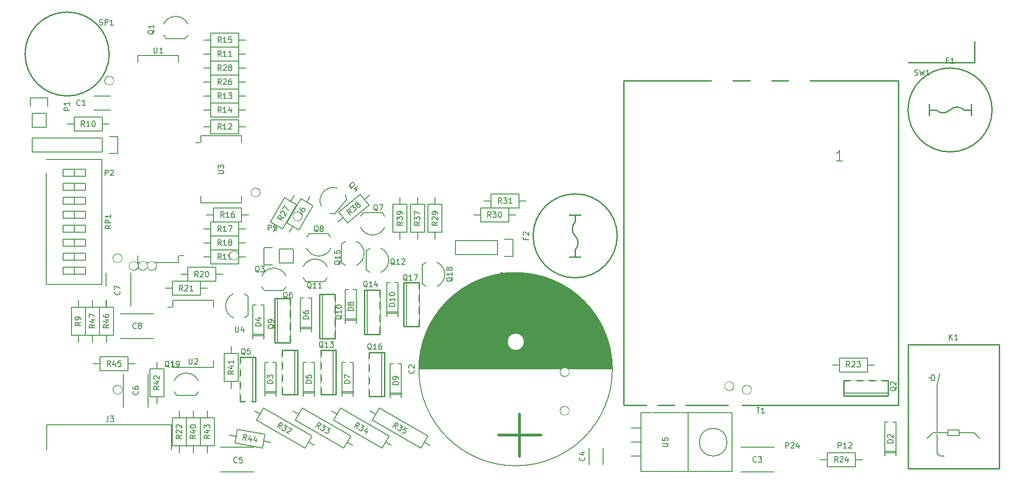
<source format=gto>
G04 #@! TF.FileFunction,Legend,Top*
%FSLAX46Y46*%
G04 Gerber Fmt 4.6, Leading zero omitted, Abs format (unit mm)*
G04 Created by KiCad (PCBNEW 4.0.1-3.201512221402+6198~38~ubuntu15.04.1-stable) date Tue 02 Feb 2016 09:09:18 AM EST*
%MOMM*%
G01*
G04 APERTURE LIST*
%ADD10C,0.100000*%
%ADD11C,0.150000*%
%ADD12C,0.254000*%
%ADD13C,0.508000*%
%ADD14C,2.305000*%
%ADD15C,2.398980*%
%ADD16C,1.924000*%
%ADD17O,2.000000X2.000000*%
%ADD18R,1.797000X1.797000*%
%ADD19C,1.797000*%
%ADD20C,2.940000*%
%ADD21C,1.900000*%
%ADD22R,2.432000X2.432000*%
%ADD23O,2.432000X2.432000*%
%ADD24R,2.127200X2.432000*%
%ADD25O,2.127200X2.432000*%
%ADD26C,2.178000*%
%ADD27R,2.224000X1.924000*%
%ADD28O,2.224000X1.924000*%
%ADD29C,5.480000*%
%ADD30R,1.700000X1.700000*%
%ADD31C,1.700000*%
%ADD32R,2.940000X2.940000*%
%ADD33R,1.800000X1.800000*%
%ADD34C,1.800000*%
%ADD35C,3.448000*%
%ADD36C,3.702000*%
%ADD37C,1.543000*%
%ADD38C,4.210000*%
%ADD39C,6.750000*%
G04 APERTURE END LIST*
D10*
D11*
X178028472Y-116205000D02*
G75*
G03X178028472Y-116205000I-2514472J0D01*
G01*
X162433000Y-113665000D02*
X160655000Y-113665000D01*
X162433000Y-116205000D02*
X160655000Y-116205000D01*
X162433000Y-118745000D02*
X160655000Y-118745000D01*
X170942000Y-121539000D02*
X178943000Y-121539000D01*
X178943000Y-121539000D02*
X178943000Y-110871000D01*
X178943000Y-110871000D02*
X170942000Y-110871000D01*
X162433000Y-121539000D02*
X170942000Y-121539000D01*
X170942000Y-121539000D02*
X170942000Y-110871000D01*
X170942000Y-110871000D02*
X162433000Y-110871000D01*
X162433000Y-116205000D02*
X162433000Y-110871000D01*
X162433000Y-116205000D02*
X162433000Y-121539000D01*
X98214148Y-76367705D02*
X100754148Y-71968295D01*
X100754148Y-71968295D02*
X102953852Y-73238295D01*
X102953852Y-73238295D02*
X100413852Y-77637705D01*
X100413852Y-77637705D02*
X98214148Y-76367705D01*
X99314000Y-77002705D02*
X98679000Y-78102557D01*
X101854000Y-72603295D02*
X102489000Y-71503443D01*
X106019195Y-74665972D02*
G75*
G03X106871217Y-74744262I642486J2316725D01*
G01*
X108831643Y-71314228D02*
G75*
G02X109056695Y-72139710I-2169962J-1035019D01*
G01*
X106871217Y-74744262D02*
X109056695Y-72139710D01*
X104496488Y-73384592D02*
G75*
G02X104823174Y-70806557I2165193J1035345D01*
G01*
X107305314Y-70037162D02*
G75*
G03X104823174Y-70806557I-643633J-2312085D01*
G01*
X115979695Y-75203010D02*
G75*
G03X115492000Y-74500000I-2187695J-996990D01*
G01*
X111604305Y-75203010D02*
G75*
G02X112092000Y-74500000I2187695J-996990D01*
G01*
X115492000Y-74500000D02*
X112092000Y-74500000D01*
X115976879Y-77193127D02*
G75*
G02X113792000Y-78600000I-2184879J993127D01*
G01*
X111607121Y-77193127D02*
G75*
G03X113792000Y-78600000I2184879J993127D01*
G01*
X93697305Y-87991990D02*
G75*
G03X94185000Y-88695000I2187695J996990D01*
G01*
X98072695Y-87991990D02*
G75*
G02X97585000Y-88695000I-2187695J996990D01*
G01*
X94185000Y-88695000D02*
X97585000Y-88695000D01*
X93700121Y-86001873D02*
G75*
G02X95885000Y-84595000I2184879J-993127D01*
G01*
X98069879Y-86001873D02*
G75*
G03X95885000Y-84595000I-2184879J-993127D01*
G01*
X207645000Y-119380000D02*
X207645000Y-118618000D01*
X207645000Y-118618000D02*
X208661000Y-118618000D01*
X208661000Y-118618000D02*
X208661000Y-112522000D01*
X208661000Y-112522000D02*
X207645000Y-112522000D01*
X207645000Y-112522000D02*
X207645000Y-111760000D01*
X207645000Y-112522000D02*
X206629000Y-112522000D01*
X206629000Y-112522000D02*
X206629000Y-118618000D01*
X206629000Y-118618000D02*
X207645000Y-118618000D01*
X208661000Y-118110000D02*
X206629000Y-118110000D01*
X206629000Y-117856000D02*
X208661000Y-117856000D01*
X95250000Y-108585000D02*
X95250000Y-107823000D01*
X95250000Y-107823000D02*
X96266000Y-107823000D01*
X96266000Y-107823000D02*
X96266000Y-101727000D01*
X96266000Y-101727000D02*
X95250000Y-101727000D01*
X95250000Y-101727000D02*
X95250000Y-100965000D01*
X95250000Y-101727000D02*
X94234000Y-101727000D01*
X94234000Y-101727000D02*
X94234000Y-107823000D01*
X94234000Y-107823000D02*
X95250000Y-107823000D01*
X96266000Y-107315000D02*
X94234000Y-107315000D01*
X94234000Y-107061000D02*
X96266000Y-107061000D01*
X93091000Y-98171000D02*
X93091000Y-97409000D01*
X93091000Y-97409000D02*
X94107000Y-97409000D01*
X94107000Y-97409000D02*
X94107000Y-91313000D01*
X94107000Y-91313000D02*
X93091000Y-91313000D01*
X93091000Y-91313000D02*
X93091000Y-90551000D01*
X93091000Y-91313000D02*
X92075000Y-91313000D01*
X92075000Y-91313000D02*
X92075000Y-97409000D01*
X92075000Y-97409000D02*
X93091000Y-97409000D01*
X94107000Y-96901000D02*
X92075000Y-96901000D01*
X92075000Y-96647000D02*
X94107000Y-96647000D01*
X102235000Y-108585000D02*
X102235000Y-107823000D01*
X102235000Y-107823000D02*
X103251000Y-107823000D01*
X103251000Y-107823000D02*
X103251000Y-101727000D01*
X103251000Y-101727000D02*
X102235000Y-101727000D01*
X102235000Y-101727000D02*
X102235000Y-100965000D01*
X102235000Y-101727000D02*
X101219000Y-101727000D01*
X101219000Y-101727000D02*
X101219000Y-107823000D01*
X101219000Y-107823000D02*
X102235000Y-107823000D01*
X103251000Y-107315000D02*
X101219000Y-107315000D01*
X101219000Y-107061000D02*
X103251000Y-107061000D01*
X101727000Y-96901000D02*
X101727000Y-96139000D01*
X101727000Y-96139000D02*
X102743000Y-96139000D01*
X102743000Y-96139000D02*
X102743000Y-90043000D01*
X102743000Y-90043000D02*
X101727000Y-90043000D01*
X101727000Y-90043000D02*
X101727000Y-89281000D01*
X101727000Y-90043000D02*
X100711000Y-90043000D01*
X100711000Y-90043000D02*
X100711000Y-96139000D01*
X100711000Y-96139000D02*
X101727000Y-96139000D01*
X102743000Y-95631000D02*
X100711000Y-95631000D01*
X100711000Y-95377000D02*
X102743000Y-95377000D01*
X109220000Y-108585000D02*
X109220000Y-107823000D01*
X109220000Y-107823000D02*
X110236000Y-107823000D01*
X110236000Y-107823000D02*
X110236000Y-101727000D01*
X110236000Y-101727000D02*
X109220000Y-101727000D01*
X109220000Y-101727000D02*
X109220000Y-100965000D01*
X109220000Y-101727000D02*
X108204000Y-101727000D01*
X108204000Y-101727000D02*
X108204000Y-107823000D01*
X108204000Y-107823000D02*
X109220000Y-107823000D01*
X110236000Y-107315000D02*
X108204000Y-107315000D01*
X108204000Y-107061000D02*
X110236000Y-107061000D01*
X109855000Y-95377000D02*
X109855000Y-94615000D01*
X109855000Y-94615000D02*
X110871000Y-94615000D01*
X110871000Y-94615000D02*
X110871000Y-88519000D01*
X110871000Y-88519000D02*
X109855000Y-88519000D01*
X109855000Y-88519000D02*
X109855000Y-87757000D01*
X109855000Y-88519000D02*
X108839000Y-88519000D01*
X108839000Y-88519000D02*
X108839000Y-94615000D01*
X108839000Y-94615000D02*
X109855000Y-94615000D01*
X110871000Y-94107000D02*
X108839000Y-94107000D01*
X108839000Y-93853000D02*
X110871000Y-93853000D01*
X117983000Y-108839000D02*
X117983000Y-108077000D01*
X117983000Y-108077000D02*
X118999000Y-108077000D01*
X118999000Y-108077000D02*
X118999000Y-101981000D01*
X118999000Y-101981000D02*
X117983000Y-101981000D01*
X117983000Y-101981000D02*
X117983000Y-101219000D01*
X117983000Y-101981000D02*
X116967000Y-101981000D01*
X116967000Y-101981000D02*
X116967000Y-108077000D01*
X116967000Y-108077000D02*
X117983000Y-108077000D01*
X118999000Y-107569000D02*
X116967000Y-107569000D01*
X116967000Y-107315000D02*
X118999000Y-107315000D01*
X117348000Y-94107000D02*
X117348000Y-93345000D01*
X117348000Y-93345000D02*
X118364000Y-93345000D01*
X118364000Y-93345000D02*
X118364000Y-87249000D01*
X118364000Y-87249000D02*
X117348000Y-87249000D01*
X117348000Y-87249000D02*
X117348000Y-86487000D01*
X117348000Y-87249000D02*
X116332000Y-87249000D01*
X116332000Y-87249000D02*
X116332000Y-93345000D01*
X116332000Y-93345000D02*
X117348000Y-93345000D01*
X118364000Y-92837000D02*
X116332000Y-92837000D01*
X116332000Y-92583000D02*
X118364000Y-92583000D01*
D12*
X215900000Y-55880000D02*
X214630000Y-55880000D01*
X220980000Y-55880000D02*
X222250000Y-55880000D01*
X220980000Y-55880000D02*
G75*
G03X218440000Y-55880000I-1270000J-1270000D01*
G01*
X215900000Y-55880000D02*
G75*
G03X218440000Y-55880000I1270000J1270000D01*
G01*
X222250000Y-54610000D02*
X222250000Y-57150000D01*
X214630000Y-54610000D02*
X214630000Y-57150000D01*
X226060000Y-55880000D02*
G75*
G03X226060000Y-55880000I-7620000J0D01*
G01*
X150495000Y-81280000D02*
X150495000Y-82550000D01*
X150495000Y-76200000D02*
X150495000Y-74930000D01*
X150495000Y-76200000D02*
G75*
G03X150495000Y-78740000I1270000J-1270000D01*
G01*
X150495000Y-81280000D02*
G75*
G03X150495000Y-78740000I-1270000J1270000D01*
G01*
X149225000Y-74930000D02*
X151765000Y-74930000D01*
X149225000Y-82550000D02*
X151765000Y-82550000D01*
X158115000Y-78740000D02*
G75*
G03X158115000Y-78740000I-7620000J0D01*
G01*
D11*
X54740000Y-113070000D02*
X54740000Y-117570000D01*
X54740000Y-113070000D02*
X77340000Y-113070000D01*
X77340000Y-113070000D02*
X77340000Y-117570000D01*
X214575000Y-104495000D02*
X215075000Y-104495000D01*
X215075000Y-104495000D02*
X215075000Y-104995000D01*
X215075000Y-104995000D02*
X215575000Y-104995000D01*
X215575000Y-104995000D02*
X215575000Y-103995000D01*
X215575000Y-103995000D02*
X215075000Y-103995000D01*
X215075000Y-103995000D02*
X215075000Y-104495000D01*
X216075000Y-114245000D02*
X216075000Y-105745000D01*
X216075000Y-105745000D02*
X216575000Y-103745000D01*
X217325000Y-118745000D02*
X216575000Y-118745000D01*
X216575000Y-118745000D02*
X216075000Y-118245000D01*
X216075000Y-118245000D02*
X216075000Y-114745000D01*
X223825000Y-115495000D02*
X222825000Y-114495000D01*
X222825000Y-114495000D02*
X220075000Y-114495000D01*
X214325000Y-115495000D02*
X215325000Y-114495000D01*
X215325000Y-114495000D02*
X218075000Y-114495000D01*
X218075000Y-114495000D02*
X218075000Y-114995000D01*
X218075000Y-114995000D02*
X220075000Y-114995000D01*
X220075000Y-114995000D02*
X220075000Y-113995000D01*
X220075000Y-113995000D02*
X218075000Y-113995000D01*
X218075000Y-113995000D02*
X218075000Y-114495000D01*
D12*
X227325000Y-98495000D02*
X210825000Y-98495000D01*
X227325000Y-120995000D02*
X227325000Y-98495000D01*
X210825000Y-120995000D02*
X227325000Y-120995000D01*
X210825000Y-120995000D02*
X210825000Y-98495000D01*
D11*
X51790000Y-53695000D02*
X51790000Y-55245000D01*
X52070000Y-59055000D02*
X52070000Y-56515000D01*
X52070000Y-56515000D02*
X54610000Y-56515000D01*
X54890000Y-55245000D02*
X54890000Y-53695000D01*
X54890000Y-53695000D02*
X51790000Y-53695000D01*
X54610000Y-56515000D02*
X54610000Y-59055000D01*
X54610000Y-59055000D02*
X52070000Y-59055000D01*
X64770000Y-60960000D02*
X52070000Y-60960000D01*
X52070000Y-60960000D02*
X52070000Y-63500000D01*
X52070000Y-63500000D02*
X64770000Y-63500000D01*
X67590000Y-60680000D02*
X66040000Y-60680000D01*
X64770000Y-60960000D02*
X64770000Y-63500000D01*
X66040000Y-63780000D02*
X67590000Y-63780000D01*
X67590000Y-63780000D02*
X67590000Y-60680000D01*
X136398000Y-82169000D02*
X128778000Y-82169000D01*
X136398000Y-79629000D02*
X128778000Y-79629000D01*
X139218000Y-79349000D02*
X137668000Y-79349000D01*
X128778000Y-82169000D02*
X128778000Y-79629000D01*
X136398000Y-79629000D02*
X136398000Y-82169000D01*
X137668000Y-82449000D02*
X139218000Y-82449000D01*
X139218000Y-82449000D02*
X139218000Y-79349000D01*
X94081000Y-83973000D02*
X95631000Y-83973000D01*
X99441000Y-83693000D02*
X96901000Y-83693000D01*
X96901000Y-83693000D02*
X96901000Y-81153000D01*
X95631000Y-80873000D02*
X94081000Y-80873000D01*
X94081000Y-80873000D02*
X94081000Y-83973000D01*
X96901000Y-81153000D02*
X99441000Y-81153000D01*
X99441000Y-81153000D02*
X99441000Y-83693000D01*
X75917305Y-42271990D02*
G75*
G03X76405000Y-42975000I2187695J996990D01*
G01*
X80292695Y-42271990D02*
G75*
G02X79805000Y-42975000I-2187695J996990D01*
G01*
X76405000Y-42975000D02*
X79805000Y-42975000D01*
X75920121Y-40281873D02*
G75*
G02X78105000Y-38875000I2184879J-993127D01*
G01*
X80289879Y-40281873D02*
G75*
G03X78105000Y-38875000I-2184879J-993127D01*
G01*
X207200000Y-107295000D02*
X199200000Y-107295000D01*
D12*
X207200000Y-105045000D02*
X207200000Y-107795000D01*
X207200000Y-107795000D02*
X199200000Y-107795000D01*
X199200000Y-107795000D02*
X199200000Y-105045000D01*
X199200000Y-105045000D02*
X207200000Y-105045000D01*
D11*
X92055000Y-100775000D02*
X92055000Y-108775000D01*
D12*
X89805000Y-100775000D02*
X92555000Y-100775000D01*
X92555000Y-100775000D02*
X92555000Y-108775000D01*
X92555000Y-108775000D02*
X89805000Y-108775000D01*
X89805000Y-108775000D02*
X89805000Y-100775000D01*
D11*
X96540000Y-98107000D02*
X96540000Y-90107000D01*
D12*
X98790000Y-98107000D02*
X96040000Y-98107000D01*
X96040000Y-98107000D02*
X96040000Y-90107000D01*
X96040000Y-90107000D02*
X98790000Y-90107000D01*
X98790000Y-90107000D02*
X98790000Y-98107000D01*
D11*
X106200695Y-79013010D02*
G75*
G03X105713000Y-78310000I-2187695J-996990D01*
G01*
X101825305Y-79013010D02*
G75*
G02X102313000Y-78310000I2187695J-996990D01*
G01*
X105713000Y-78310000D02*
X102313000Y-78310000D01*
X106197879Y-81003127D02*
G75*
G02X104013000Y-82410000I-2184879J993127D01*
G01*
X101828121Y-81003127D02*
G75*
G03X104013000Y-82410000I2184879J993127D01*
G01*
X99675000Y-99505000D02*
X99675000Y-107505000D01*
D12*
X97425000Y-99505000D02*
X100175000Y-99505000D01*
X100175000Y-99505000D02*
X100175000Y-107505000D01*
X100175000Y-107505000D02*
X97425000Y-107505000D01*
X97425000Y-107505000D02*
X97425000Y-99505000D01*
D11*
X104668000Y-97345000D02*
X104668000Y-89345000D01*
D12*
X106918000Y-97345000D02*
X104168000Y-97345000D01*
X104168000Y-97345000D02*
X104168000Y-89345000D01*
X104168000Y-89345000D02*
X106918000Y-89345000D01*
X106918000Y-89345000D02*
X106918000Y-97345000D01*
D11*
X101190305Y-86340990D02*
G75*
G03X101678000Y-87044000I2187695J996990D01*
G01*
X105565695Y-86340990D02*
G75*
G02X105078000Y-87044000I-2187695J996990D01*
G01*
X101678000Y-87044000D02*
X105078000Y-87044000D01*
X101193121Y-84350873D02*
G75*
G02X103378000Y-82944000I2184879J-993127D01*
G01*
X105562879Y-84350873D02*
G75*
G03X103378000Y-82944000I-2184879J-993127D01*
G01*
X113303010Y-80997305D02*
G75*
G03X112600000Y-81485000I996990J-2187695D01*
G01*
X113303010Y-85372695D02*
G75*
G02X112600000Y-84885000I996990J2187695D01*
G01*
X112600000Y-81485000D02*
X112600000Y-84885000D01*
X115293127Y-81000121D02*
G75*
G02X116700000Y-83185000I-993127J-2184879D01*
G01*
X115293127Y-85369879D02*
G75*
G03X116700000Y-83185000I-993127J2184879D01*
G01*
X106660000Y-99505000D02*
X106660000Y-107505000D01*
D12*
X104410000Y-99505000D02*
X107160000Y-99505000D01*
X107160000Y-99505000D02*
X107160000Y-107505000D01*
X107160000Y-107505000D02*
X104410000Y-107505000D01*
X104410000Y-107505000D02*
X104410000Y-99505000D01*
D11*
X112796000Y-96583000D02*
X112796000Y-88583000D01*
D12*
X115046000Y-96583000D02*
X112296000Y-96583000D01*
X112296000Y-96583000D02*
X112296000Y-88583000D01*
X112296000Y-88583000D02*
X115046000Y-88583000D01*
X115046000Y-88583000D02*
X115046000Y-96583000D01*
D11*
X108858010Y-79727305D02*
G75*
G03X108155000Y-80215000I996990J-2187695D01*
G01*
X108858010Y-84102695D02*
G75*
G02X108155000Y-83615000I996990J2187695D01*
G01*
X108155000Y-80215000D02*
X108155000Y-83615000D01*
X110848127Y-79730121D02*
G75*
G02X112255000Y-81915000I-993127J-2184879D01*
G01*
X110848127Y-84099879D02*
G75*
G03X112255000Y-81915000I-993127J2184879D01*
G01*
X115423000Y-99886000D02*
X115423000Y-107886000D01*
D12*
X113173000Y-99886000D02*
X115923000Y-99886000D01*
X115923000Y-99886000D02*
X115923000Y-107886000D01*
X115923000Y-107886000D02*
X113173000Y-107886000D01*
X113173000Y-107886000D02*
X113173000Y-99886000D01*
D11*
X119908000Y-95186000D02*
X119908000Y-87186000D01*
D12*
X122158000Y-95186000D02*
X119408000Y-95186000D01*
X119408000Y-95186000D02*
X119408000Y-87186000D01*
X119408000Y-87186000D02*
X122158000Y-87186000D01*
X122158000Y-87186000D02*
X122158000Y-95186000D01*
D11*
X123463010Y-83537305D02*
G75*
G03X122760000Y-84025000I996990J-2187695D01*
G01*
X123463010Y-87912695D02*
G75*
G02X122760000Y-87425000I996990J2187695D01*
G01*
X122760000Y-84025000D02*
X122760000Y-87425000D01*
X125453127Y-83540121D02*
G75*
G02X126860000Y-85725000I-993127J-2184879D01*
G01*
X125453127Y-87909879D02*
G75*
G03X126860000Y-85725000I-993127J2184879D01*
G01*
X77822305Y-107041990D02*
G75*
G03X78310000Y-107745000I2187695J996990D01*
G01*
X82197695Y-107041990D02*
G75*
G02X81710000Y-107745000I-2187695J996990D01*
G01*
X78310000Y-107745000D02*
X81710000Y-107745000D01*
X77825121Y-105051873D02*
G75*
G02X80010000Y-103645000I2184879J-993127D01*
G01*
X82194879Y-105051873D02*
G75*
G03X80010000Y-103645000I-2184879J-993127D01*
G01*
X61722000Y-91694000D02*
X61722000Y-96774000D01*
X61722000Y-96774000D02*
X59182000Y-96774000D01*
X59182000Y-96774000D02*
X59182000Y-91694000D01*
X59182000Y-91694000D02*
X61722000Y-91694000D01*
X60452000Y-91694000D02*
X60452000Y-90424000D01*
X60452000Y-96774000D02*
X60452000Y-98044000D01*
X59690000Y-57150000D02*
X64770000Y-57150000D01*
X64770000Y-57150000D02*
X64770000Y-59690000D01*
X64770000Y-59690000D02*
X59690000Y-59690000D01*
X59690000Y-59690000D02*
X59690000Y-57150000D01*
X59690000Y-58420000D02*
X58420000Y-58420000D01*
X64770000Y-58420000D02*
X66040000Y-58420000D01*
X89535000Y-46990000D02*
X84455000Y-46990000D01*
X84455000Y-46990000D02*
X84455000Y-44450000D01*
X84455000Y-44450000D02*
X89535000Y-44450000D01*
X89535000Y-44450000D02*
X89535000Y-46990000D01*
X89535000Y-45720000D02*
X90805000Y-45720000D01*
X84455000Y-45720000D02*
X83185000Y-45720000D01*
X89535000Y-60198000D02*
X84455000Y-60198000D01*
X84455000Y-60198000D02*
X84455000Y-57658000D01*
X84455000Y-57658000D02*
X89535000Y-57658000D01*
X89535000Y-57658000D02*
X89535000Y-60198000D01*
X89535000Y-58928000D02*
X90805000Y-58928000D01*
X84455000Y-58928000D02*
X83185000Y-58928000D01*
X89535000Y-54610000D02*
X84455000Y-54610000D01*
X84455000Y-54610000D02*
X84455000Y-52070000D01*
X84455000Y-52070000D02*
X89535000Y-52070000D01*
X89535000Y-52070000D02*
X89535000Y-54610000D01*
X89535000Y-53340000D02*
X90805000Y-53340000D01*
X84455000Y-53340000D02*
X83185000Y-53340000D01*
X89535000Y-57150000D02*
X84455000Y-57150000D01*
X84455000Y-57150000D02*
X84455000Y-54610000D01*
X84455000Y-54610000D02*
X89535000Y-54610000D01*
X89535000Y-54610000D02*
X89535000Y-57150000D01*
X89535000Y-55880000D02*
X90805000Y-55880000D01*
X84455000Y-55880000D02*
X83185000Y-55880000D01*
X84455000Y-41910000D02*
X89535000Y-41910000D01*
X89535000Y-41910000D02*
X89535000Y-44450000D01*
X89535000Y-44450000D02*
X84455000Y-44450000D01*
X84455000Y-44450000D02*
X84455000Y-41910000D01*
X84455000Y-43180000D02*
X83185000Y-43180000D01*
X89535000Y-43180000D02*
X90805000Y-43180000D01*
X84963000Y-73660000D02*
X90043000Y-73660000D01*
X90043000Y-73660000D02*
X90043000Y-76200000D01*
X90043000Y-76200000D02*
X84963000Y-76200000D01*
X84963000Y-76200000D02*
X84963000Y-73660000D01*
X84963000Y-74930000D02*
X83693000Y-74930000D01*
X90043000Y-74930000D02*
X91313000Y-74930000D01*
X84455000Y-76200000D02*
X89535000Y-76200000D01*
X89535000Y-76200000D02*
X89535000Y-78740000D01*
X89535000Y-78740000D02*
X84455000Y-78740000D01*
X84455000Y-78740000D02*
X84455000Y-76200000D01*
X84455000Y-77470000D02*
X83185000Y-77470000D01*
X89535000Y-77470000D02*
X90805000Y-77470000D01*
X89535000Y-81280000D02*
X84455000Y-81280000D01*
X84455000Y-81280000D02*
X84455000Y-78740000D01*
X84455000Y-78740000D02*
X89535000Y-78740000D01*
X89535000Y-78740000D02*
X89535000Y-81280000D01*
X89535000Y-80010000D02*
X90805000Y-80010000D01*
X84455000Y-80010000D02*
X83185000Y-80010000D01*
X89535000Y-83820000D02*
X84455000Y-83820000D01*
X84455000Y-83820000D02*
X84455000Y-81280000D01*
X84455000Y-81280000D02*
X89535000Y-81280000D01*
X89535000Y-81280000D02*
X89535000Y-83820000D01*
X89535000Y-82550000D02*
X90805000Y-82550000D01*
X84455000Y-82550000D02*
X83185000Y-82550000D01*
X85344000Y-86995000D02*
X80264000Y-86995000D01*
X80264000Y-86995000D02*
X80264000Y-84455000D01*
X80264000Y-84455000D02*
X85344000Y-84455000D01*
X85344000Y-84455000D02*
X85344000Y-86995000D01*
X85344000Y-85725000D02*
X86614000Y-85725000D01*
X80264000Y-85725000D02*
X78994000Y-85725000D01*
X82550000Y-89535000D02*
X77470000Y-89535000D01*
X77470000Y-89535000D02*
X77470000Y-86995000D01*
X77470000Y-86995000D02*
X82550000Y-86995000D01*
X82550000Y-86995000D02*
X82550000Y-89535000D01*
X82550000Y-88265000D02*
X83820000Y-88265000D01*
X77470000Y-88265000D02*
X76200000Y-88265000D01*
X77470000Y-116840000D02*
X77470000Y-111760000D01*
X77470000Y-111760000D02*
X80010000Y-111760000D01*
X80010000Y-111760000D02*
X80010000Y-116840000D01*
X80010000Y-116840000D02*
X77470000Y-116840000D01*
X78740000Y-116840000D02*
X78740000Y-118110000D01*
X78740000Y-111760000D02*
X78740000Y-110490000D01*
X198374000Y-100965000D02*
X203454000Y-100965000D01*
X203454000Y-100965000D02*
X203454000Y-103505000D01*
X203454000Y-103505000D02*
X198374000Y-103505000D01*
X198374000Y-103505000D02*
X198374000Y-100965000D01*
X198374000Y-102235000D02*
X197104000Y-102235000D01*
X203454000Y-102235000D02*
X204724000Y-102235000D01*
X196215000Y-118110000D02*
X201295000Y-118110000D01*
X201295000Y-118110000D02*
X201295000Y-120650000D01*
X201295000Y-120650000D02*
X196215000Y-120650000D01*
X196215000Y-120650000D02*
X196215000Y-118110000D01*
X196215000Y-119380000D02*
X194945000Y-119380000D01*
X201295000Y-119380000D02*
X202565000Y-119380000D01*
X89535000Y-52070000D02*
X84455000Y-52070000D01*
X84455000Y-52070000D02*
X84455000Y-49530000D01*
X84455000Y-49530000D02*
X89535000Y-49530000D01*
X89535000Y-49530000D02*
X89535000Y-52070000D01*
X89535000Y-50800000D02*
X90805000Y-50800000D01*
X84455000Y-50800000D02*
X83185000Y-50800000D01*
X95293148Y-76240705D02*
X97833148Y-71841295D01*
X97833148Y-71841295D02*
X100032852Y-73111295D01*
X100032852Y-73111295D02*
X97492852Y-77510705D01*
X97492852Y-77510705D02*
X95293148Y-76240705D01*
X96393000Y-76875705D02*
X95758000Y-77975557D01*
X98933000Y-72476295D02*
X99568000Y-71376443D01*
X89535000Y-49530000D02*
X84455000Y-49530000D01*
X84455000Y-49530000D02*
X84455000Y-46990000D01*
X84455000Y-46990000D02*
X89535000Y-46990000D01*
X89535000Y-46990000D02*
X89535000Y-49530000D01*
X89535000Y-48260000D02*
X90805000Y-48260000D01*
X84455000Y-48260000D02*
X83185000Y-48260000D01*
X126365000Y-73025000D02*
X126365000Y-78105000D01*
X126365000Y-78105000D02*
X123825000Y-78105000D01*
X123825000Y-78105000D02*
X123825000Y-73025000D01*
X123825000Y-73025000D02*
X126365000Y-73025000D01*
X125095000Y-73025000D02*
X125095000Y-71755000D01*
X125095000Y-78105000D02*
X125095000Y-79375000D01*
X140335000Y-73660000D02*
X135255000Y-73660000D01*
X135255000Y-73660000D02*
X135255000Y-71120000D01*
X135255000Y-71120000D02*
X140335000Y-71120000D01*
X140335000Y-71120000D02*
X140335000Y-73660000D01*
X140335000Y-72390000D02*
X141605000Y-72390000D01*
X135255000Y-72390000D02*
X133985000Y-72390000D01*
X133350000Y-73660000D02*
X138430000Y-73660000D01*
X138430000Y-73660000D02*
X138430000Y-76200000D01*
X138430000Y-76200000D02*
X133350000Y-76200000D01*
X133350000Y-76200000D02*
X133350000Y-73660000D01*
X133350000Y-74930000D02*
X132080000Y-74930000D01*
X138430000Y-74930000D02*
X139700000Y-74930000D01*
X101554409Y-117304852D02*
X102824409Y-115105148D01*
X102824409Y-115105148D02*
X94025591Y-110025148D01*
X94025591Y-110025148D02*
X92755591Y-112224852D01*
X92755591Y-112224852D02*
X101554409Y-117304852D01*
X92290739Y-110490000D02*
X93390591Y-111125000D01*
X103289261Y-116840000D02*
X102189409Y-116205000D01*
X108539409Y-117304852D02*
X109809409Y-115105148D01*
X109809409Y-115105148D02*
X101010591Y-110025148D01*
X101010591Y-110025148D02*
X99740591Y-112224852D01*
X99740591Y-112224852D02*
X108539409Y-117304852D01*
X99275739Y-110490000D02*
X100375591Y-111125000D01*
X110274261Y-116840000D02*
X109174409Y-116205000D01*
X115524409Y-117304852D02*
X116794409Y-115105148D01*
X116794409Y-115105148D02*
X107995591Y-110025148D01*
X107995591Y-110025148D02*
X106725591Y-112224852D01*
X106725591Y-112224852D02*
X115524409Y-117304852D01*
X106260739Y-110490000D02*
X107360591Y-111125000D01*
X117259261Y-116840000D02*
X116159409Y-116205000D01*
X122509409Y-117304852D02*
X123779409Y-115105148D01*
X123779409Y-115105148D02*
X114980591Y-110025148D01*
X114980591Y-110025148D02*
X113710591Y-112224852D01*
X113710591Y-112224852D02*
X122509409Y-117304852D01*
X113245739Y-110490000D02*
X114345591Y-111125000D01*
X124244261Y-116840000D02*
X123144409Y-116205000D01*
X120650000Y-78105000D02*
X120650000Y-73025000D01*
X120650000Y-73025000D02*
X123190000Y-73025000D01*
X123190000Y-73025000D02*
X123190000Y-78105000D01*
X123190000Y-78105000D02*
X120650000Y-78105000D01*
X121920000Y-78105000D02*
X121920000Y-79375000D01*
X121920000Y-73025000D02*
X121920000Y-71755000D01*
X107600907Y-74446804D02*
X111492413Y-71181443D01*
X111492413Y-71181443D02*
X113125093Y-73127196D01*
X113125093Y-73127196D02*
X109233587Y-76392557D01*
X109233587Y-76392557D02*
X107600907Y-74446804D01*
X108417247Y-75419681D02*
X107444371Y-76236021D01*
X112308753Y-72154319D02*
X113281629Y-71337979D01*
X117475000Y-78105000D02*
X117475000Y-73025000D01*
X117475000Y-73025000D02*
X120015000Y-73025000D01*
X120015000Y-73025000D02*
X120015000Y-78105000D01*
X120015000Y-78105000D02*
X117475000Y-78105000D01*
X118745000Y-78105000D02*
X118745000Y-79375000D01*
X118745000Y-73025000D02*
X118745000Y-71755000D01*
X82550000Y-111760000D02*
X82550000Y-116840000D01*
X82550000Y-116840000D02*
X80010000Y-116840000D01*
X80010000Y-116840000D02*
X80010000Y-111760000D01*
X80010000Y-111760000D02*
X82550000Y-111760000D01*
X81280000Y-111760000D02*
X81280000Y-110490000D01*
X81280000Y-116840000D02*
X81280000Y-118110000D01*
X89408000Y-100076000D02*
X89408000Y-105156000D01*
X89408000Y-105156000D02*
X86868000Y-105156000D01*
X86868000Y-105156000D02*
X86868000Y-100076000D01*
X86868000Y-100076000D02*
X89408000Y-100076000D01*
X88138000Y-100076000D02*
X88138000Y-98806000D01*
X88138000Y-105156000D02*
X88138000Y-106426000D01*
X73406000Y-107950000D02*
X73406000Y-102870000D01*
X73406000Y-102870000D02*
X75946000Y-102870000D01*
X75946000Y-102870000D02*
X75946000Y-107950000D01*
X75946000Y-107950000D02*
X73406000Y-107950000D01*
X74676000Y-107950000D02*
X74676000Y-109220000D01*
X74676000Y-102870000D02*
X74676000Y-101600000D01*
X82550000Y-116840000D02*
X82550000Y-111760000D01*
X82550000Y-111760000D02*
X85090000Y-111760000D01*
X85090000Y-111760000D02*
X85090000Y-116840000D01*
X85090000Y-116840000D02*
X82550000Y-116840000D01*
X83820000Y-116840000D02*
X83820000Y-118110000D01*
X83820000Y-111760000D02*
X83820000Y-110490000D01*
X89286121Y-113878228D02*
X94288945Y-114760361D01*
X94288945Y-114760361D02*
X93847879Y-117261772D01*
X93847879Y-117261772D02*
X88845055Y-116379639D01*
X88845055Y-116379639D02*
X89286121Y-113878228D01*
X89065588Y-115128934D02*
X87814882Y-114908400D01*
X94068412Y-116011066D02*
X95319118Y-116231600D01*
X64389000Y-100711000D02*
X69469000Y-100711000D01*
X69469000Y-100711000D02*
X69469000Y-103251000D01*
X69469000Y-103251000D02*
X64389000Y-103251000D01*
X64389000Y-103251000D02*
X64389000Y-100711000D01*
X64389000Y-101981000D02*
X63119000Y-101981000D01*
X69469000Y-101981000D02*
X70739000Y-101981000D01*
X64262000Y-96774000D02*
X64262000Y-91694000D01*
X64262000Y-91694000D02*
X66802000Y-91694000D01*
X66802000Y-91694000D02*
X66802000Y-96774000D01*
X66802000Y-96774000D02*
X64262000Y-96774000D01*
X65532000Y-96774000D02*
X65532000Y-98044000D01*
X65532000Y-91694000D02*
X65532000Y-90424000D01*
X64262000Y-91694000D02*
X64262000Y-96774000D01*
X64262000Y-96774000D02*
X61722000Y-96774000D01*
X61722000Y-96774000D02*
X61722000Y-91694000D01*
X61722000Y-91694000D02*
X64262000Y-91694000D01*
X62992000Y-91694000D02*
X62992000Y-90424000D01*
X62992000Y-96774000D02*
X62992000Y-98044000D01*
X61720000Y-66670000D02*
X57660000Y-66670000D01*
X59690000Y-66670000D02*
X59690000Y-67950000D01*
X57660000Y-66670000D02*
X57660000Y-67950000D01*
X57660000Y-67950000D02*
X61720000Y-67950000D01*
X61720000Y-67950000D02*
X61720000Y-66670000D01*
X61720000Y-69210000D02*
X57660000Y-69210000D01*
X59690000Y-69210000D02*
X59690000Y-70490000D01*
X57660000Y-69210000D02*
X57660000Y-70490000D01*
X57660000Y-70490000D02*
X61720000Y-70490000D01*
X61720000Y-70490000D02*
X61720000Y-69210000D01*
X61720000Y-71750000D02*
X57660000Y-71750000D01*
X59690000Y-71750000D02*
X59690000Y-73030000D01*
X57660000Y-71750000D02*
X57660000Y-73030000D01*
X57660000Y-73030000D02*
X61720000Y-73030000D01*
X61720000Y-73030000D02*
X61720000Y-71750000D01*
X61720000Y-74290000D02*
X57660000Y-74290000D01*
X59690000Y-74290000D02*
X59690000Y-75570000D01*
X57660000Y-74290000D02*
X57660000Y-75570000D01*
X57660000Y-75570000D02*
X61720000Y-75570000D01*
X61720000Y-75570000D02*
X61720000Y-74290000D01*
X61720000Y-76830000D02*
X57660000Y-76830000D01*
X59690000Y-76830000D02*
X59690000Y-78110000D01*
X57660000Y-76830000D02*
X57660000Y-78110000D01*
X57660000Y-78110000D02*
X61720000Y-78110000D01*
X61720000Y-78110000D02*
X61720000Y-76830000D01*
X61720000Y-79370000D02*
X57660000Y-79370000D01*
X59690000Y-79370000D02*
X59690000Y-80650000D01*
X57660000Y-79370000D02*
X57660000Y-80650000D01*
X57660000Y-80650000D02*
X61720000Y-80650000D01*
X61720000Y-80650000D02*
X61720000Y-79370000D01*
X61720000Y-81910000D02*
X57660000Y-81910000D01*
X59690000Y-81910000D02*
X59690000Y-83190000D01*
X57660000Y-81910000D02*
X57660000Y-83190000D01*
X57660000Y-83190000D02*
X61720000Y-83190000D01*
X61720000Y-83190000D02*
X61720000Y-81910000D01*
X61720000Y-84450000D02*
X57660000Y-84450000D01*
X59690000Y-84450000D02*
X59690000Y-85730000D01*
X57660000Y-84450000D02*
X57660000Y-85730000D01*
X57660000Y-85730000D02*
X61720000Y-85730000D01*
X61720000Y-85730000D02*
X61720000Y-84450000D01*
X54670000Y-64830000D02*
X64710000Y-64830000D01*
X64710000Y-64830000D02*
X64710000Y-87570000D01*
X64710000Y-87570000D02*
X54670000Y-87570000D01*
X54670000Y-87570000D02*
X54670000Y-67310000D01*
D12*
X66040000Y-45720000D02*
G75*
G03X66040000Y-45720000I-7620000J0D01*
G01*
X159258000Y-109474000D02*
X209042000Y-109474000D01*
X209042000Y-109474000D02*
X209042000Y-50546000D01*
X209042000Y-50546000D02*
X159258000Y-50546000D01*
X159258000Y-50546000D02*
X159258000Y-109474000D01*
D11*
X78605000Y-83575000D02*
X78605000Y-82305000D01*
X71255000Y-83575000D02*
X71255000Y-82305000D01*
X71255000Y-45965000D02*
X71255000Y-47235000D01*
X78605000Y-45965000D02*
X78605000Y-47235000D01*
X78605000Y-83575000D02*
X71255000Y-83575000D01*
X78605000Y-45965000D02*
X71255000Y-45965000D01*
X78605000Y-82305000D02*
X79540000Y-82305000D01*
X77605000Y-90415000D02*
X77605000Y-91685000D01*
X84955000Y-90415000D02*
X84955000Y-91685000D01*
X84955000Y-102625000D02*
X84955000Y-101355000D01*
X77605000Y-102625000D02*
X77605000Y-101355000D01*
X77605000Y-90415000D02*
X84955000Y-90415000D01*
X77605000Y-102625000D02*
X84955000Y-102625000D01*
X77605000Y-91685000D02*
X76670000Y-91685000D01*
X82685000Y-60570000D02*
X82685000Y-61840000D01*
X90035000Y-60570000D02*
X90035000Y-61840000D01*
X90035000Y-72780000D02*
X90035000Y-71510000D01*
X82685000Y-72780000D02*
X82685000Y-71510000D01*
X82685000Y-60570000D02*
X90035000Y-60570000D01*
X82685000Y-72780000D02*
X90035000Y-72780000D01*
X82685000Y-61840000D02*
X81750000Y-61840000D01*
X90531990Y-93627695D02*
G75*
G03X91235000Y-93140000I-996990J2187695D01*
G01*
X90531990Y-89252305D02*
G75*
G02X91235000Y-89740000I-996990J-2187695D01*
G01*
X91235000Y-93140000D02*
X91235000Y-89740000D01*
X88541873Y-93624879D02*
G75*
G02X87135000Y-91440000I993127J2184879D01*
G01*
X88541873Y-89255121D02*
G75*
G03X87135000Y-91440000I993127J-2184879D01*
G01*
X66290000Y-55860000D02*
X63290000Y-55860000D01*
X63290000Y-53360000D02*
X66290000Y-53360000D01*
X122200000Y-102875000D02*
X157200000Y-102875000D01*
X122201000Y-102735000D02*
X157199000Y-102735000D01*
X122204000Y-102595000D02*
X157196000Y-102595000D01*
X122207000Y-102455000D02*
X157193000Y-102455000D01*
X122212000Y-102315000D02*
X157188000Y-102315000D01*
X122217000Y-102175000D02*
X157183000Y-102175000D01*
X122224000Y-102035000D02*
X157176000Y-102035000D01*
X122232000Y-101895000D02*
X157168000Y-101895000D01*
X122241000Y-101755000D02*
X157159000Y-101755000D01*
X122251000Y-101615000D02*
X157149000Y-101615000D01*
X122262000Y-101475000D02*
X157138000Y-101475000D01*
X122275000Y-101335000D02*
X157125000Y-101335000D01*
X122288000Y-101195000D02*
X157112000Y-101195000D01*
X122303000Y-101055000D02*
X157097000Y-101055000D01*
X122319000Y-100915000D02*
X157081000Y-100915000D01*
X122336000Y-100775000D02*
X157064000Y-100775000D01*
X122354000Y-100635000D02*
X157046000Y-100635000D01*
X122373000Y-100495000D02*
X157027000Y-100495000D01*
X122393000Y-100355000D02*
X157007000Y-100355000D01*
X122415000Y-100215000D02*
X156985000Y-100215000D01*
X122438000Y-100075000D02*
X156962000Y-100075000D01*
X122462000Y-99935000D02*
X156938000Y-99935000D01*
X122487000Y-99795000D02*
X156913000Y-99795000D01*
X122513000Y-99655000D02*
X156887000Y-99655000D01*
X122540000Y-99515000D02*
X156860000Y-99515000D01*
X122569000Y-99375000D02*
X156831000Y-99375000D01*
X122599000Y-99235000D02*
X139503000Y-99235000D01*
X139897000Y-99235000D02*
X156801000Y-99235000D01*
X122630000Y-99095000D02*
X139084000Y-99095000D01*
X140316000Y-99095000D02*
X156770000Y-99095000D01*
X122662000Y-98955000D02*
X138875000Y-98955000D01*
X140525000Y-98955000D02*
X156738000Y-98955000D01*
X122696000Y-98815000D02*
X138730000Y-98815000D01*
X140670000Y-98815000D02*
X156704000Y-98815000D01*
X122730000Y-98675000D02*
X138621000Y-98675000D01*
X140779000Y-98675000D02*
X156670000Y-98675000D01*
X122766000Y-98535000D02*
X138539000Y-98535000D01*
X140861000Y-98535000D02*
X156634000Y-98535000D01*
X122803000Y-98395000D02*
X138479000Y-98395000D01*
X140921000Y-98395000D02*
X156597000Y-98395000D01*
X122842000Y-98255000D02*
X138436000Y-98255000D01*
X140964000Y-98255000D02*
X156558000Y-98255000D01*
X122881000Y-98115000D02*
X138411000Y-98115000D01*
X140989000Y-98115000D02*
X156519000Y-98115000D01*
X122922000Y-97975000D02*
X138400000Y-97975000D01*
X141000000Y-97975000D02*
X156478000Y-97975000D01*
X122964000Y-97835000D02*
X138405000Y-97835000D01*
X140995000Y-97835000D02*
X156436000Y-97835000D01*
X123008000Y-97695000D02*
X138425000Y-97695000D01*
X140975000Y-97695000D02*
X156392000Y-97695000D01*
X123052000Y-97555000D02*
X138461000Y-97555000D01*
X140939000Y-97555000D02*
X156348000Y-97555000D01*
X123098000Y-97415000D02*
X138515000Y-97415000D01*
X140885000Y-97415000D02*
X156302000Y-97415000D01*
X123146000Y-97275000D02*
X138589000Y-97275000D01*
X140811000Y-97275000D02*
X156254000Y-97275000D01*
X123194000Y-97135000D02*
X138687000Y-97135000D01*
X140713000Y-97135000D02*
X156206000Y-97135000D01*
X123244000Y-96995000D02*
X138818000Y-96995000D01*
X140582000Y-96995000D02*
X156156000Y-96995000D01*
X123296000Y-96855000D02*
X138999000Y-96855000D01*
X140401000Y-96855000D02*
X156104000Y-96855000D01*
X123348000Y-96715000D02*
X139294000Y-96715000D01*
X140106000Y-96715000D02*
X156052000Y-96715000D01*
X123402000Y-96575000D02*
X155998000Y-96575000D01*
X123458000Y-96435000D02*
X155942000Y-96435000D01*
X123515000Y-96295000D02*
X155885000Y-96295000D01*
X123573000Y-96155000D02*
X155827000Y-96155000D01*
X123633000Y-96015000D02*
X155767000Y-96015000D01*
X123694000Y-95875000D02*
X155706000Y-95875000D01*
X123757000Y-95735000D02*
X155643000Y-95735000D01*
X123821000Y-95595000D02*
X155579000Y-95595000D01*
X123886000Y-95455000D02*
X155514000Y-95455000D01*
X123953000Y-95315000D02*
X155447000Y-95315000D01*
X124022000Y-95175000D02*
X155378000Y-95175000D01*
X124092000Y-95035000D02*
X155308000Y-95035000D01*
X124164000Y-94895000D02*
X155236000Y-94895000D01*
X124237000Y-94755000D02*
X155163000Y-94755000D01*
X124312000Y-94615000D02*
X155088000Y-94615000D01*
X124389000Y-94475000D02*
X155011000Y-94475000D01*
X124467000Y-94335000D02*
X154933000Y-94335000D01*
X124547000Y-94195000D02*
X154853000Y-94195000D01*
X124629000Y-94055000D02*
X154771000Y-94055000D01*
X124713000Y-93915000D02*
X154687000Y-93915000D01*
X124798000Y-93775000D02*
X154602000Y-93775000D01*
X124885000Y-93635000D02*
X154515000Y-93635000D01*
X124974000Y-93495000D02*
X154426000Y-93495000D01*
X125065000Y-93355000D02*
X154335000Y-93355000D01*
X125158000Y-93215000D02*
X154242000Y-93215000D01*
X125252000Y-93075000D02*
X154148000Y-93075000D01*
X125349000Y-92935000D02*
X154051000Y-92935000D01*
X125448000Y-92795000D02*
X153952000Y-92795000D01*
X125549000Y-92655000D02*
X153851000Y-92655000D01*
X125651000Y-92515000D02*
X153749000Y-92515000D01*
X125757000Y-92375000D02*
X153643000Y-92375000D01*
X125864000Y-92235000D02*
X153536000Y-92235000D01*
X125973000Y-92095000D02*
X153427000Y-92095000D01*
X126085000Y-91955000D02*
X153315000Y-91955000D01*
X126200000Y-91815000D02*
X153200000Y-91815000D01*
X126316000Y-91675000D02*
X153084000Y-91675000D01*
X126435000Y-91535000D02*
X152965000Y-91535000D01*
X126557000Y-91395000D02*
X152843000Y-91395000D01*
X126682000Y-91255000D02*
X152718000Y-91255000D01*
X126809000Y-91115000D02*
X152591000Y-91115000D01*
X126939000Y-90975000D02*
X152461000Y-90975000D01*
X127072000Y-90835000D02*
X152328000Y-90835000D01*
X127207000Y-90695000D02*
X152193000Y-90695000D01*
X127346000Y-90555000D02*
X152054000Y-90555000D01*
X127488000Y-90415000D02*
X151912000Y-90415000D01*
X127634000Y-90275000D02*
X151766000Y-90275000D01*
X127783000Y-90135000D02*
X151617000Y-90135000D01*
X127935000Y-89995000D02*
X151465000Y-89995000D01*
X128091000Y-89855000D02*
X151309000Y-89855000D01*
X128251000Y-89715000D02*
X151149000Y-89715000D01*
X128415000Y-89575000D02*
X150985000Y-89575000D01*
X128583000Y-89435000D02*
X150817000Y-89435000D01*
X128755000Y-89295000D02*
X150645000Y-89295000D01*
X128932000Y-89155000D02*
X150468000Y-89155000D01*
X129114000Y-89015000D02*
X150286000Y-89015000D01*
X129301000Y-88875000D02*
X150099000Y-88875000D01*
X129493000Y-88735000D02*
X149907000Y-88735000D01*
X129691000Y-88595000D02*
X149709000Y-88595000D01*
X129895000Y-88455000D02*
X149505000Y-88455000D01*
X130105000Y-88315000D02*
X149295000Y-88315000D01*
X130322000Y-88175000D02*
X149078000Y-88175000D01*
X130546000Y-88035000D02*
X148854000Y-88035000D01*
X130778000Y-87895000D02*
X148622000Y-87895000D01*
X131019000Y-87755000D02*
X148381000Y-87755000D01*
X131269000Y-87615000D02*
X148131000Y-87615000D01*
X131528000Y-87475000D02*
X147872000Y-87475000D01*
X131799000Y-87335000D02*
X147601000Y-87335000D01*
X132082000Y-87195000D02*
X147318000Y-87195000D01*
X132379000Y-87055000D02*
X147021000Y-87055000D01*
X132691000Y-86915000D02*
X146709000Y-86915000D01*
X133020000Y-86775000D02*
X146380000Y-86775000D01*
X133370000Y-86635000D02*
X146030000Y-86635000D01*
X133743000Y-86495000D02*
X145657000Y-86495000D01*
X134145000Y-86355000D02*
X145255000Y-86355000D01*
X134582000Y-86215000D02*
X144818000Y-86215000D01*
X135065000Y-86075000D02*
X144335000Y-86075000D01*
X135609000Y-85935000D02*
X143791000Y-85935000D01*
X136242000Y-85795000D02*
X143158000Y-85795000D01*
X137029000Y-85655000D02*
X142371000Y-85655000D01*
X138193000Y-85515000D02*
X141207000Y-85515000D01*
X141000000Y-97950000D02*
G75*
G03X141000000Y-97950000I-1300000J0D01*
G01*
X157237500Y-102950000D02*
G75*
G03X157237500Y-102950000I-17537500J0D01*
G01*
X186555000Y-121630000D02*
X180555000Y-121630000D01*
X180555000Y-117130000D02*
X186555000Y-117130000D01*
X153055000Y-120265000D02*
X153055000Y-117265000D01*
X155555000Y-117265000D02*
X155555000Y-120265000D01*
X86241000Y-117130000D02*
X92241000Y-117130000D01*
X92241000Y-121630000D02*
X86241000Y-121630000D01*
X68616000Y-109847000D02*
X68616000Y-103847000D01*
X73116000Y-103847000D02*
X73116000Y-109847000D01*
X69941000Y-85479000D02*
X69941000Y-91479000D01*
X65441000Y-91479000D02*
X65441000Y-85479000D01*
X68080000Y-92873000D02*
X74080000Y-92873000D01*
X74080000Y-97373000D02*
X68080000Y-97373000D01*
D12*
X210820000Y-47218600D02*
X222885000Y-47218600D01*
X222885000Y-47218600D02*
X222885000Y-43408600D01*
D11*
X149393219Y-110490000D02*
G75*
G03X149393219Y-110490000I-803219J0D01*
G01*
X149393219Y-103505000D02*
G75*
G03X149393219Y-103505000I-803219J0D01*
G01*
X182413219Y-106680000D02*
G75*
G03X182413219Y-106680000I-803219J0D01*
G01*
X179238219Y-106045000D02*
G75*
G03X179238219Y-106045000I-803219J0D01*
G01*
X71288219Y-84201000D02*
G75*
G03X71288219Y-84201000I-803219J0D01*
G01*
X72939219Y-84201000D02*
G75*
G03X72939219Y-84201000I-803219J0D01*
G01*
X74590219Y-84201000D02*
G75*
G03X74590219Y-84201000I-803219J0D01*
G01*
X68367219Y-106680000D02*
G75*
G03X68367219Y-106680000I-803219J0D01*
G01*
X89449219Y-82296000D02*
G75*
G03X89449219Y-82296000I-803219J0D01*
G01*
X93386219Y-70866000D02*
G75*
G03X93386219Y-70866000I-803219J0D01*
G01*
X101006219Y-75184000D02*
G75*
G03X101006219Y-75184000I-803219J0D01*
G01*
X66843219Y-50546000D02*
G75*
G03X66843219Y-50546000I-803219J0D01*
G01*
X68367219Y-82804000D02*
G75*
G03X68367219Y-82804000I-803219J0D01*
G01*
X166330381Y-116966905D02*
X167139905Y-116966905D01*
X167235143Y-116919286D01*
X167282762Y-116871667D01*
X167330381Y-116776429D01*
X167330381Y-116585952D01*
X167282762Y-116490714D01*
X167235143Y-116443095D01*
X167139905Y-116395476D01*
X166330381Y-116395476D01*
X166330381Y-115443095D02*
X166330381Y-115919286D01*
X166806571Y-115966905D01*
X166758952Y-115919286D01*
X166711333Y-115824048D01*
X166711333Y-115585952D01*
X166758952Y-115490714D01*
X166806571Y-115443095D01*
X166901810Y-115395476D01*
X167139905Y-115395476D01*
X167235143Y-115443095D01*
X167282762Y-115490714D01*
X167330381Y-115585952D01*
X167330381Y-115824048D01*
X167282762Y-115919286D01*
X167235143Y-115966905D01*
X100654345Y-75585921D02*
X100075284Y-75636501D01*
X100368630Y-76080793D02*
X99502605Y-75580793D01*
X99693082Y-75250878D01*
X99781940Y-75192209D01*
X99846989Y-75174779D01*
X99953277Y-75181159D01*
X100076994Y-75252587D01*
X100135663Y-75341446D01*
X100153093Y-75406495D01*
X100146713Y-75512783D01*
X99956237Y-75842698D01*
X99954986Y-74797246D02*
X100264510Y-74261135D01*
X100427757Y-74740287D01*
X100499186Y-74616568D01*
X100588044Y-74557899D01*
X100653093Y-74540469D01*
X100759382Y-74546849D01*
X100965578Y-74665897D01*
X101024247Y-74754755D01*
X101041677Y-74819804D01*
X101035297Y-74926092D01*
X100892440Y-75173528D01*
X100803582Y-75232197D01*
X100738533Y-75249627D01*
X100693082Y-73518827D02*
X100597843Y-73683785D01*
X100591463Y-73790073D01*
X100608893Y-73855122D01*
X100684992Y-74009029D01*
X100826139Y-74145506D01*
X101156054Y-74335983D01*
X101262342Y-74342362D01*
X101327391Y-74324933D01*
X101416249Y-74266264D01*
X101511488Y-74101306D01*
X101517868Y-73995018D01*
X101500438Y-73929969D01*
X101441769Y-73841111D01*
X101235573Y-73722063D01*
X101129284Y-73715683D01*
X101064235Y-73733113D01*
X100975377Y-73791782D01*
X100880138Y-73956740D01*
X100873758Y-74063028D01*
X100891188Y-74128076D01*
X100949858Y-74216935D01*
X109938041Y-70208283D02*
X109895693Y-70110587D01*
X109883954Y-69976412D01*
X109866346Y-69775151D01*
X109823998Y-69677454D01*
X109751041Y-69616236D01*
X109634475Y-69829236D02*
X109592127Y-69731540D01*
X109580389Y-69597366D01*
X109666346Y-69420844D01*
X109880609Y-69165495D01*
X110039523Y-69050191D01*
X110173697Y-69038452D01*
X110277263Y-69063192D01*
X110423177Y-69185628D01*
X110465524Y-69283324D01*
X110477263Y-69417499D01*
X110391306Y-69594021D01*
X110177043Y-69849369D01*
X110018129Y-69964674D01*
X109883954Y-69976412D01*
X109780389Y-69951673D01*
X109634475Y-69829236D01*
X111047915Y-70144982D02*
X110619390Y-70655678D01*
X111110394Y-69700110D02*
X110468869Y-70094241D01*
X110943087Y-70492157D01*
X114712762Y-74207619D02*
X114617524Y-74160000D01*
X114522286Y-74064762D01*
X114379429Y-73921905D01*
X114284190Y-73874286D01*
X114188952Y-73874286D01*
X114236571Y-74112381D02*
X114141333Y-74064762D01*
X114046095Y-73969524D01*
X113998476Y-73779048D01*
X113998476Y-73445714D01*
X114046095Y-73255238D01*
X114141333Y-73160000D01*
X114236571Y-73112381D01*
X114427048Y-73112381D01*
X114522286Y-73160000D01*
X114617524Y-73255238D01*
X114665143Y-73445714D01*
X114665143Y-73779048D01*
X114617524Y-73969524D01*
X114522286Y-74064762D01*
X114427048Y-74112381D01*
X114236571Y-74112381D01*
X114998476Y-73112381D02*
X115665143Y-73112381D01*
X115236571Y-74112381D01*
X93249762Y-85383619D02*
X93154524Y-85336000D01*
X93059286Y-85240762D01*
X92916429Y-85097905D01*
X92821190Y-85050286D01*
X92725952Y-85050286D01*
X92773571Y-85288381D02*
X92678333Y-85240762D01*
X92583095Y-85145524D01*
X92535476Y-84955048D01*
X92535476Y-84621714D01*
X92583095Y-84431238D01*
X92678333Y-84336000D01*
X92773571Y-84288381D01*
X92964048Y-84288381D01*
X93059286Y-84336000D01*
X93154524Y-84431238D01*
X93202143Y-84621714D01*
X93202143Y-84955048D01*
X93154524Y-85145524D01*
X93059286Y-85240762D01*
X92964048Y-85288381D01*
X92773571Y-85288381D01*
X93535476Y-84288381D02*
X94154524Y-84288381D01*
X93821190Y-84669333D01*
X93964048Y-84669333D01*
X94059286Y-84716952D01*
X94106905Y-84764571D01*
X94154524Y-84859810D01*
X94154524Y-85097905D01*
X94106905Y-85193143D01*
X94059286Y-85240762D01*
X93964048Y-85288381D01*
X93678333Y-85288381D01*
X93583095Y-85240762D01*
X93535476Y-85193143D01*
X208097381Y-116308095D02*
X207097381Y-116308095D01*
X207097381Y-116070000D01*
X207145000Y-115927142D01*
X207240238Y-115831904D01*
X207335476Y-115784285D01*
X207525952Y-115736666D01*
X207668810Y-115736666D01*
X207859286Y-115784285D01*
X207954524Y-115831904D01*
X208049762Y-115927142D01*
X208097381Y-116070000D01*
X208097381Y-116308095D01*
X207192619Y-115355714D02*
X207145000Y-115308095D01*
X207097381Y-115212857D01*
X207097381Y-114974761D01*
X207145000Y-114879523D01*
X207192619Y-114831904D01*
X207287857Y-114784285D01*
X207383095Y-114784285D01*
X207525952Y-114831904D01*
X208097381Y-115403333D01*
X208097381Y-114784285D01*
X95702381Y-105513095D02*
X94702381Y-105513095D01*
X94702381Y-105275000D01*
X94750000Y-105132142D01*
X94845238Y-105036904D01*
X94940476Y-104989285D01*
X95130952Y-104941666D01*
X95273810Y-104941666D01*
X95464286Y-104989285D01*
X95559524Y-105036904D01*
X95654762Y-105132142D01*
X95702381Y-105275000D01*
X95702381Y-105513095D01*
X94702381Y-104608333D02*
X94702381Y-103989285D01*
X95083333Y-104322619D01*
X95083333Y-104179761D01*
X95130952Y-104084523D01*
X95178571Y-104036904D01*
X95273810Y-103989285D01*
X95511905Y-103989285D01*
X95607143Y-104036904D01*
X95654762Y-104084523D01*
X95702381Y-104179761D01*
X95702381Y-104465476D01*
X95654762Y-104560714D01*
X95607143Y-104608333D01*
X93543381Y-95099095D02*
X92543381Y-95099095D01*
X92543381Y-94861000D01*
X92591000Y-94718142D01*
X92686238Y-94622904D01*
X92781476Y-94575285D01*
X92971952Y-94527666D01*
X93114810Y-94527666D01*
X93305286Y-94575285D01*
X93400524Y-94622904D01*
X93495762Y-94718142D01*
X93543381Y-94861000D01*
X93543381Y-95099095D01*
X92876714Y-93670523D02*
X93543381Y-93670523D01*
X92495762Y-93908619D02*
X93210048Y-94146714D01*
X93210048Y-93527666D01*
X102687381Y-105513095D02*
X101687381Y-105513095D01*
X101687381Y-105275000D01*
X101735000Y-105132142D01*
X101830238Y-105036904D01*
X101925476Y-104989285D01*
X102115952Y-104941666D01*
X102258810Y-104941666D01*
X102449286Y-104989285D01*
X102544524Y-105036904D01*
X102639762Y-105132142D01*
X102687381Y-105275000D01*
X102687381Y-105513095D01*
X101687381Y-104036904D02*
X101687381Y-104513095D01*
X102163571Y-104560714D01*
X102115952Y-104513095D01*
X102068333Y-104417857D01*
X102068333Y-104179761D01*
X102115952Y-104084523D01*
X102163571Y-104036904D01*
X102258810Y-103989285D01*
X102496905Y-103989285D01*
X102592143Y-104036904D01*
X102639762Y-104084523D01*
X102687381Y-104179761D01*
X102687381Y-104417857D01*
X102639762Y-104513095D01*
X102592143Y-104560714D01*
X102179381Y-93829095D02*
X101179381Y-93829095D01*
X101179381Y-93591000D01*
X101227000Y-93448142D01*
X101322238Y-93352904D01*
X101417476Y-93305285D01*
X101607952Y-93257666D01*
X101750810Y-93257666D01*
X101941286Y-93305285D01*
X102036524Y-93352904D01*
X102131762Y-93448142D01*
X102179381Y-93591000D01*
X102179381Y-93829095D01*
X101179381Y-92400523D02*
X101179381Y-92591000D01*
X101227000Y-92686238D01*
X101274619Y-92733857D01*
X101417476Y-92829095D01*
X101607952Y-92876714D01*
X101988905Y-92876714D01*
X102084143Y-92829095D01*
X102131762Y-92781476D01*
X102179381Y-92686238D01*
X102179381Y-92495761D01*
X102131762Y-92400523D01*
X102084143Y-92352904D01*
X101988905Y-92305285D01*
X101750810Y-92305285D01*
X101655571Y-92352904D01*
X101607952Y-92400523D01*
X101560333Y-92495761D01*
X101560333Y-92686238D01*
X101607952Y-92781476D01*
X101655571Y-92829095D01*
X101750810Y-92876714D01*
X109672381Y-105513095D02*
X108672381Y-105513095D01*
X108672381Y-105275000D01*
X108720000Y-105132142D01*
X108815238Y-105036904D01*
X108910476Y-104989285D01*
X109100952Y-104941666D01*
X109243810Y-104941666D01*
X109434286Y-104989285D01*
X109529524Y-105036904D01*
X109624762Y-105132142D01*
X109672381Y-105275000D01*
X109672381Y-105513095D01*
X108672381Y-104608333D02*
X108672381Y-103941666D01*
X109672381Y-104370238D01*
X110307381Y-92305095D02*
X109307381Y-92305095D01*
X109307381Y-92067000D01*
X109355000Y-91924142D01*
X109450238Y-91828904D01*
X109545476Y-91781285D01*
X109735952Y-91733666D01*
X109878810Y-91733666D01*
X110069286Y-91781285D01*
X110164524Y-91828904D01*
X110259762Y-91924142D01*
X110307381Y-92067000D01*
X110307381Y-92305095D01*
X109735952Y-91162238D02*
X109688333Y-91257476D01*
X109640714Y-91305095D01*
X109545476Y-91352714D01*
X109497857Y-91352714D01*
X109402619Y-91305095D01*
X109355000Y-91257476D01*
X109307381Y-91162238D01*
X109307381Y-90971761D01*
X109355000Y-90876523D01*
X109402619Y-90828904D01*
X109497857Y-90781285D01*
X109545476Y-90781285D01*
X109640714Y-90828904D01*
X109688333Y-90876523D01*
X109735952Y-90971761D01*
X109735952Y-91162238D01*
X109783571Y-91257476D01*
X109831190Y-91305095D01*
X109926429Y-91352714D01*
X110116905Y-91352714D01*
X110212143Y-91305095D01*
X110259762Y-91257476D01*
X110307381Y-91162238D01*
X110307381Y-90971761D01*
X110259762Y-90876523D01*
X110212143Y-90828904D01*
X110116905Y-90781285D01*
X109926429Y-90781285D01*
X109831190Y-90828904D01*
X109783571Y-90876523D01*
X109735952Y-90971761D01*
X118435381Y-105767095D02*
X117435381Y-105767095D01*
X117435381Y-105529000D01*
X117483000Y-105386142D01*
X117578238Y-105290904D01*
X117673476Y-105243285D01*
X117863952Y-105195666D01*
X118006810Y-105195666D01*
X118197286Y-105243285D01*
X118292524Y-105290904D01*
X118387762Y-105386142D01*
X118435381Y-105529000D01*
X118435381Y-105767095D01*
X118435381Y-104719476D02*
X118435381Y-104529000D01*
X118387762Y-104433761D01*
X118340143Y-104386142D01*
X118197286Y-104290904D01*
X118006810Y-104243285D01*
X117625857Y-104243285D01*
X117530619Y-104290904D01*
X117483000Y-104338523D01*
X117435381Y-104433761D01*
X117435381Y-104624238D01*
X117483000Y-104719476D01*
X117530619Y-104767095D01*
X117625857Y-104814714D01*
X117863952Y-104814714D01*
X117959190Y-104767095D01*
X118006810Y-104719476D01*
X118054429Y-104624238D01*
X118054429Y-104433761D01*
X118006810Y-104338523D01*
X117959190Y-104290904D01*
X117863952Y-104243285D01*
X117800381Y-91511286D02*
X116800381Y-91511286D01*
X116800381Y-91273191D01*
X116848000Y-91130333D01*
X116943238Y-91035095D01*
X117038476Y-90987476D01*
X117228952Y-90939857D01*
X117371810Y-90939857D01*
X117562286Y-90987476D01*
X117657524Y-91035095D01*
X117752762Y-91130333D01*
X117800381Y-91273191D01*
X117800381Y-91511286D01*
X117800381Y-89987476D02*
X117800381Y-90558905D01*
X117800381Y-90273191D02*
X116800381Y-90273191D01*
X116943238Y-90368429D01*
X117038476Y-90463667D01*
X117086095Y-90558905D01*
X116800381Y-89368429D02*
X116800381Y-89273190D01*
X116848000Y-89177952D01*
X116895619Y-89130333D01*
X116990857Y-89082714D01*
X117181333Y-89035095D01*
X117419429Y-89035095D01*
X117609905Y-89082714D01*
X117705143Y-89130333D01*
X117752762Y-89177952D01*
X117800381Y-89273190D01*
X117800381Y-89368429D01*
X117752762Y-89463667D01*
X117705143Y-89511286D01*
X117609905Y-89558905D01*
X117419429Y-89606524D01*
X117181333Y-89606524D01*
X116990857Y-89558905D01*
X116895619Y-89511286D01*
X116848000Y-89463667D01*
X116800381Y-89368429D01*
X218106667Y-46918571D02*
X217773333Y-46918571D01*
X217773333Y-47442381D02*
X217773333Y-46442381D01*
X218249524Y-46442381D01*
X219154286Y-47442381D02*
X218582857Y-47442381D01*
X218868571Y-47442381D02*
X218868571Y-46442381D01*
X218773333Y-46585238D01*
X218678095Y-46680476D01*
X218582857Y-46728095D01*
X141533571Y-79073333D02*
X141533571Y-79406667D01*
X142057381Y-79406667D02*
X141057381Y-79406667D01*
X141057381Y-78930476D01*
X141152619Y-78597143D02*
X141105000Y-78549524D01*
X141057381Y-78454286D01*
X141057381Y-78216190D01*
X141105000Y-78120952D01*
X141152619Y-78073333D01*
X141247857Y-78025714D01*
X141343095Y-78025714D01*
X141485952Y-78073333D01*
X142057381Y-78644762D01*
X142057381Y-78025714D01*
X65833667Y-111466381D02*
X65833667Y-112180667D01*
X65786047Y-112323524D01*
X65690809Y-112418762D01*
X65547952Y-112466381D01*
X65452714Y-112466381D01*
X66214619Y-111466381D02*
X66833667Y-111466381D01*
X66500333Y-111847333D01*
X66643191Y-111847333D01*
X66738429Y-111894952D01*
X66786048Y-111942571D01*
X66833667Y-112037810D01*
X66833667Y-112275905D01*
X66786048Y-112371143D01*
X66738429Y-112418762D01*
X66643191Y-112466381D01*
X66357476Y-112466381D01*
X66262238Y-112418762D01*
X66214619Y-112371143D01*
X218336905Y-97607381D02*
X218336905Y-96607381D01*
X218908334Y-97607381D02*
X218479762Y-97035952D01*
X218908334Y-96607381D02*
X218336905Y-97178810D01*
X219860715Y-97607381D02*
X219289286Y-97607381D01*
X219575000Y-97607381D02*
X219575000Y-96607381D01*
X219479762Y-96750238D01*
X219384524Y-96845476D01*
X219289286Y-96893095D01*
X58892381Y-55983095D02*
X57892381Y-55983095D01*
X57892381Y-55602142D01*
X57940000Y-55506904D01*
X57987619Y-55459285D01*
X58082857Y-55411666D01*
X58225714Y-55411666D01*
X58320952Y-55459285D01*
X58368571Y-55506904D01*
X58416190Y-55602142D01*
X58416190Y-55983095D01*
X58892381Y-54459285D02*
X58892381Y-55030714D01*
X58892381Y-54745000D02*
X57892381Y-54745000D01*
X58035238Y-54840238D01*
X58130476Y-54935476D01*
X58178095Y-55030714D01*
X65301905Y-67782381D02*
X65301905Y-66782381D01*
X65682858Y-66782381D01*
X65778096Y-66830000D01*
X65825715Y-66877619D01*
X65873334Y-66972857D01*
X65873334Y-67115714D01*
X65825715Y-67210952D01*
X65778096Y-67258571D01*
X65682858Y-67306190D01*
X65301905Y-67306190D01*
X66254286Y-66877619D02*
X66301905Y-66830000D01*
X66397143Y-66782381D01*
X66635239Y-66782381D01*
X66730477Y-66830000D01*
X66778096Y-66877619D01*
X66825715Y-66972857D01*
X66825715Y-67068095D01*
X66778096Y-67210952D01*
X66206667Y-67782381D01*
X66825715Y-67782381D01*
X136929905Y-86451381D02*
X136929905Y-85451381D01*
X137310858Y-85451381D01*
X137406096Y-85499000D01*
X137453715Y-85546619D01*
X137501334Y-85641857D01*
X137501334Y-85784714D01*
X137453715Y-85879952D01*
X137406096Y-85927571D01*
X137310858Y-85975190D01*
X136929905Y-85975190D01*
X137834667Y-85451381D02*
X138453715Y-85451381D01*
X138120381Y-85832333D01*
X138263239Y-85832333D01*
X138358477Y-85879952D01*
X138406096Y-85927571D01*
X138453715Y-86022810D01*
X138453715Y-86260905D01*
X138406096Y-86356143D01*
X138358477Y-86403762D01*
X138263239Y-86451381D01*
X137977524Y-86451381D01*
X137882286Y-86403762D01*
X137834667Y-86356143D01*
X94892905Y-77775381D02*
X94892905Y-76775381D01*
X95273858Y-76775381D01*
X95369096Y-76823000D01*
X95416715Y-76870619D01*
X95464334Y-76965857D01*
X95464334Y-77108714D01*
X95416715Y-77203952D01*
X95369096Y-77251571D01*
X95273858Y-77299190D01*
X94892905Y-77299190D01*
X96369096Y-76775381D02*
X95892905Y-76775381D01*
X95845286Y-77251571D01*
X95892905Y-77203952D01*
X95988143Y-77156333D01*
X96226239Y-77156333D01*
X96321477Y-77203952D01*
X96369096Y-77251571D01*
X96416715Y-77346810D01*
X96416715Y-77584905D01*
X96369096Y-77680143D01*
X96321477Y-77727762D01*
X96226239Y-77775381D01*
X95988143Y-77775381D01*
X95892905Y-77727762D01*
X95845286Y-77680143D01*
X198175714Y-117292381D02*
X198175714Y-116292381D01*
X198556667Y-116292381D01*
X198651905Y-116340000D01*
X198699524Y-116387619D01*
X198747143Y-116482857D01*
X198747143Y-116625714D01*
X198699524Y-116720952D01*
X198651905Y-116768571D01*
X198556667Y-116816190D01*
X198175714Y-116816190D01*
X199699524Y-117292381D02*
X199128095Y-117292381D01*
X199413809Y-117292381D02*
X199413809Y-116292381D01*
X199318571Y-116435238D01*
X199223333Y-116530476D01*
X199128095Y-116578095D01*
X200080476Y-116387619D02*
X200128095Y-116340000D01*
X200223333Y-116292381D01*
X200461429Y-116292381D01*
X200556667Y-116340000D01*
X200604286Y-116387619D01*
X200651905Y-116482857D01*
X200651905Y-116578095D01*
X200604286Y-116720952D01*
X200032857Y-117292381D01*
X200651905Y-117292381D01*
X188650714Y-117292381D02*
X188650714Y-116292381D01*
X189031667Y-116292381D01*
X189126905Y-116340000D01*
X189174524Y-116387619D01*
X189222143Y-116482857D01*
X189222143Y-116625714D01*
X189174524Y-116720952D01*
X189126905Y-116768571D01*
X189031667Y-116816190D01*
X188650714Y-116816190D01*
X189603095Y-116387619D02*
X189650714Y-116340000D01*
X189745952Y-116292381D01*
X189984048Y-116292381D01*
X190079286Y-116340000D01*
X190126905Y-116387619D01*
X190174524Y-116482857D01*
X190174524Y-116578095D01*
X190126905Y-116720952D01*
X189555476Y-117292381D01*
X190174524Y-117292381D01*
X191031667Y-116625714D02*
X191031667Y-117292381D01*
X190793571Y-116244762D02*
X190555476Y-116959048D01*
X191174524Y-116959048D01*
X74207619Y-41370238D02*
X74160000Y-41465476D01*
X74064762Y-41560714D01*
X73921905Y-41703571D01*
X73874286Y-41798810D01*
X73874286Y-41894048D01*
X74112381Y-41846429D02*
X74064762Y-41941667D01*
X73969524Y-42036905D01*
X73779048Y-42084524D01*
X73445714Y-42084524D01*
X73255238Y-42036905D01*
X73160000Y-41941667D01*
X73112381Y-41846429D01*
X73112381Y-41655952D01*
X73160000Y-41560714D01*
X73255238Y-41465476D01*
X73445714Y-41417857D01*
X73779048Y-41417857D01*
X73969524Y-41465476D01*
X74064762Y-41560714D01*
X74112381Y-41655952D01*
X74112381Y-41846429D01*
X74112381Y-40465476D02*
X74112381Y-41036905D01*
X74112381Y-40751191D02*
X73112381Y-40751191D01*
X73255238Y-40846429D01*
X73350476Y-40941667D01*
X73398095Y-41036905D01*
X208747619Y-106140238D02*
X208700000Y-106235476D01*
X208604762Y-106330714D01*
X208461905Y-106473571D01*
X208414286Y-106568810D01*
X208414286Y-106664048D01*
X208652381Y-106616429D02*
X208604762Y-106711667D01*
X208509524Y-106806905D01*
X208319048Y-106854524D01*
X207985714Y-106854524D01*
X207795238Y-106806905D01*
X207700000Y-106711667D01*
X207652381Y-106616429D01*
X207652381Y-106425952D01*
X207700000Y-106330714D01*
X207795238Y-106235476D01*
X207985714Y-106187857D01*
X208319048Y-106187857D01*
X208509524Y-106235476D01*
X208604762Y-106330714D01*
X208652381Y-106425952D01*
X208652381Y-106616429D01*
X207747619Y-105806905D02*
X207700000Y-105759286D01*
X207652381Y-105664048D01*
X207652381Y-105425952D01*
X207700000Y-105330714D01*
X207747619Y-105283095D01*
X207842857Y-105235476D01*
X207938095Y-105235476D01*
X208080952Y-105283095D01*
X208652381Y-105854524D01*
X208652381Y-105235476D01*
X90709762Y-100322619D02*
X90614524Y-100275000D01*
X90519286Y-100179762D01*
X90376429Y-100036905D01*
X90281190Y-99989286D01*
X90185952Y-99989286D01*
X90233571Y-100227381D02*
X90138333Y-100179762D01*
X90043095Y-100084524D01*
X89995476Y-99894048D01*
X89995476Y-99560714D01*
X90043095Y-99370238D01*
X90138333Y-99275000D01*
X90233571Y-99227381D01*
X90424048Y-99227381D01*
X90519286Y-99275000D01*
X90614524Y-99370238D01*
X90662143Y-99560714D01*
X90662143Y-99894048D01*
X90614524Y-100084524D01*
X90519286Y-100179762D01*
X90424048Y-100227381D01*
X90233571Y-100227381D01*
X91566905Y-99227381D02*
X91090714Y-99227381D01*
X91043095Y-99703571D01*
X91090714Y-99655952D01*
X91185952Y-99608333D01*
X91424048Y-99608333D01*
X91519286Y-99655952D01*
X91566905Y-99703571D01*
X91614524Y-99798810D01*
X91614524Y-100036905D01*
X91566905Y-100132143D01*
X91519286Y-100179762D01*
X91424048Y-100227381D01*
X91185952Y-100227381D01*
X91090714Y-100179762D01*
X91043095Y-100132143D01*
X98329762Y-90082619D02*
X98234524Y-90035000D01*
X98139286Y-89939762D01*
X97996429Y-89796905D01*
X97901190Y-89749286D01*
X97805952Y-89749286D01*
X97853571Y-89987381D02*
X97758333Y-89939762D01*
X97663095Y-89844524D01*
X97615476Y-89654048D01*
X97615476Y-89320714D01*
X97663095Y-89130238D01*
X97758333Y-89035000D01*
X97853571Y-88987381D01*
X98044048Y-88987381D01*
X98139286Y-89035000D01*
X98234524Y-89130238D01*
X98282143Y-89320714D01*
X98282143Y-89654048D01*
X98234524Y-89844524D01*
X98139286Y-89939762D01*
X98044048Y-89987381D01*
X97853571Y-89987381D01*
X99139286Y-88987381D02*
X98948809Y-88987381D01*
X98853571Y-89035000D01*
X98805952Y-89082619D01*
X98710714Y-89225476D01*
X98663095Y-89415952D01*
X98663095Y-89796905D01*
X98710714Y-89892143D01*
X98758333Y-89939762D01*
X98853571Y-89987381D01*
X99044048Y-89987381D01*
X99139286Y-89939762D01*
X99186905Y-89892143D01*
X99234524Y-89796905D01*
X99234524Y-89558810D01*
X99186905Y-89463571D01*
X99139286Y-89415952D01*
X99044048Y-89368333D01*
X98853571Y-89368333D01*
X98758333Y-89415952D01*
X98710714Y-89463571D01*
X98663095Y-89558810D01*
X103917762Y-78017619D02*
X103822524Y-77970000D01*
X103727286Y-77874762D01*
X103584429Y-77731905D01*
X103489190Y-77684286D01*
X103393952Y-77684286D01*
X103441571Y-77922381D02*
X103346333Y-77874762D01*
X103251095Y-77779524D01*
X103203476Y-77589048D01*
X103203476Y-77255714D01*
X103251095Y-77065238D01*
X103346333Y-76970000D01*
X103441571Y-76922381D01*
X103632048Y-76922381D01*
X103727286Y-76970000D01*
X103822524Y-77065238D01*
X103870143Y-77255714D01*
X103870143Y-77589048D01*
X103822524Y-77779524D01*
X103727286Y-77874762D01*
X103632048Y-77922381D01*
X103441571Y-77922381D01*
X104441571Y-77350952D02*
X104346333Y-77303333D01*
X104298714Y-77255714D01*
X104251095Y-77160476D01*
X104251095Y-77112857D01*
X104298714Y-77017619D01*
X104346333Y-76970000D01*
X104441571Y-76922381D01*
X104632048Y-76922381D01*
X104727286Y-76970000D01*
X104774905Y-77017619D01*
X104822524Y-77112857D01*
X104822524Y-77160476D01*
X104774905Y-77255714D01*
X104727286Y-77303333D01*
X104632048Y-77350952D01*
X104441571Y-77350952D01*
X104346333Y-77398571D01*
X104298714Y-77446190D01*
X104251095Y-77541429D01*
X104251095Y-77731905D01*
X104298714Y-77827143D01*
X104346333Y-77874762D01*
X104441571Y-77922381D01*
X104632048Y-77922381D01*
X104727286Y-77874762D01*
X104774905Y-77827143D01*
X104822524Y-77731905D01*
X104822524Y-77541429D01*
X104774905Y-77446190D01*
X104727286Y-77398571D01*
X104632048Y-77350952D01*
X95924619Y-94837238D02*
X95877000Y-94932476D01*
X95781762Y-95027714D01*
X95638905Y-95170571D01*
X95591286Y-95265810D01*
X95591286Y-95361048D01*
X95829381Y-95313429D02*
X95781762Y-95408667D01*
X95686524Y-95503905D01*
X95496048Y-95551524D01*
X95162714Y-95551524D01*
X94972238Y-95503905D01*
X94877000Y-95408667D01*
X94829381Y-95313429D01*
X94829381Y-95122952D01*
X94877000Y-95027714D01*
X94972238Y-94932476D01*
X95162714Y-94884857D01*
X95496048Y-94884857D01*
X95686524Y-94932476D01*
X95781762Y-95027714D01*
X95829381Y-95122952D01*
X95829381Y-95313429D01*
X95829381Y-94408667D02*
X95829381Y-94218191D01*
X95781762Y-94122952D01*
X95734143Y-94075333D01*
X95591286Y-93980095D01*
X95400810Y-93932476D01*
X95019857Y-93932476D01*
X94924619Y-93980095D01*
X94877000Y-94027714D01*
X94829381Y-94122952D01*
X94829381Y-94313429D01*
X94877000Y-94408667D01*
X94924619Y-94456286D01*
X95019857Y-94503905D01*
X95257952Y-94503905D01*
X95353190Y-94456286D01*
X95400810Y-94408667D01*
X95448429Y-94313429D01*
X95448429Y-94122952D01*
X95400810Y-94027714D01*
X95353190Y-93980095D01*
X95257952Y-93932476D01*
X108243619Y-93154428D02*
X108196000Y-93249666D01*
X108100762Y-93344904D01*
X107957905Y-93487761D01*
X107910286Y-93583000D01*
X107910286Y-93678238D01*
X108148381Y-93630619D02*
X108100762Y-93725857D01*
X108005524Y-93821095D01*
X107815048Y-93868714D01*
X107481714Y-93868714D01*
X107291238Y-93821095D01*
X107196000Y-93725857D01*
X107148381Y-93630619D01*
X107148381Y-93440142D01*
X107196000Y-93344904D01*
X107291238Y-93249666D01*
X107481714Y-93202047D01*
X107815048Y-93202047D01*
X108005524Y-93249666D01*
X108100762Y-93344904D01*
X108148381Y-93440142D01*
X108148381Y-93630619D01*
X108148381Y-92249666D02*
X108148381Y-92821095D01*
X108148381Y-92535381D02*
X107148381Y-92535381D01*
X107291238Y-92630619D01*
X107386476Y-92725857D01*
X107434095Y-92821095D01*
X107148381Y-91630619D02*
X107148381Y-91535380D01*
X107196000Y-91440142D01*
X107243619Y-91392523D01*
X107338857Y-91344904D01*
X107529333Y-91297285D01*
X107767429Y-91297285D01*
X107957905Y-91344904D01*
X108053143Y-91392523D01*
X108100762Y-91440142D01*
X108148381Y-91535380D01*
X108148381Y-91630619D01*
X108100762Y-91725857D01*
X108053143Y-91773476D01*
X107957905Y-91821095D01*
X107767429Y-91868714D01*
X107529333Y-91868714D01*
X107338857Y-91821095D01*
X107243619Y-91773476D01*
X107196000Y-91725857D01*
X107148381Y-91630619D01*
X102679572Y-88304619D02*
X102584334Y-88257000D01*
X102489096Y-88161762D01*
X102346239Y-88018905D01*
X102251000Y-87971286D01*
X102155762Y-87971286D01*
X102203381Y-88209381D02*
X102108143Y-88161762D01*
X102012905Y-88066524D01*
X101965286Y-87876048D01*
X101965286Y-87542714D01*
X102012905Y-87352238D01*
X102108143Y-87257000D01*
X102203381Y-87209381D01*
X102393858Y-87209381D01*
X102489096Y-87257000D01*
X102584334Y-87352238D01*
X102631953Y-87542714D01*
X102631953Y-87876048D01*
X102584334Y-88066524D01*
X102489096Y-88161762D01*
X102393858Y-88209381D01*
X102203381Y-88209381D01*
X103584334Y-88209381D02*
X103012905Y-88209381D01*
X103298619Y-88209381D02*
X103298619Y-87209381D01*
X103203381Y-87352238D01*
X103108143Y-87447476D01*
X103012905Y-87495095D01*
X104536715Y-88209381D02*
X103965286Y-88209381D01*
X104251000Y-88209381D02*
X104251000Y-87209381D01*
X104155762Y-87352238D01*
X104060524Y-87447476D01*
X103965286Y-87495095D01*
X117792572Y-83986619D02*
X117697334Y-83939000D01*
X117602096Y-83843762D01*
X117459239Y-83700905D01*
X117364000Y-83653286D01*
X117268762Y-83653286D01*
X117316381Y-83891381D02*
X117221143Y-83843762D01*
X117125905Y-83748524D01*
X117078286Y-83558048D01*
X117078286Y-83224714D01*
X117125905Y-83034238D01*
X117221143Y-82939000D01*
X117316381Y-82891381D01*
X117506858Y-82891381D01*
X117602096Y-82939000D01*
X117697334Y-83034238D01*
X117744953Y-83224714D01*
X117744953Y-83558048D01*
X117697334Y-83748524D01*
X117602096Y-83843762D01*
X117506858Y-83891381D01*
X117316381Y-83891381D01*
X118697334Y-83891381D02*
X118125905Y-83891381D01*
X118411619Y-83891381D02*
X118411619Y-82891381D01*
X118316381Y-83034238D01*
X118221143Y-83129476D01*
X118125905Y-83177095D01*
X119078286Y-82986619D02*
X119125905Y-82939000D01*
X119221143Y-82891381D01*
X119459239Y-82891381D01*
X119554477Y-82939000D01*
X119602096Y-82986619D01*
X119649715Y-83081857D01*
X119649715Y-83177095D01*
X119602096Y-83319952D01*
X119030667Y-83891381D01*
X119649715Y-83891381D01*
X104838572Y-99052619D02*
X104743334Y-99005000D01*
X104648096Y-98909762D01*
X104505239Y-98766905D01*
X104410000Y-98719286D01*
X104314762Y-98719286D01*
X104362381Y-98957381D02*
X104267143Y-98909762D01*
X104171905Y-98814524D01*
X104124286Y-98624048D01*
X104124286Y-98290714D01*
X104171905Y-98100238D01*
X104267143Y-98005000D01*
X104362381Y-97957381D01*
X104552858Y-97957381D01*
X104648096Y-98005000D01*
X104743334Y-98100238D01*
X104790953Y-98290714D01*
X104790953Y-98624048D01*
X104743334Y-98814524D01*
X104648096Y-98909762D01*
X104552858Y-98957381D01*
X104362381Y-98957381D01*
X105743334Y-98957381D02*
X105171905Y-98957381D01*
X105457619Y-98957381D02*
X105457619Y-97957381D01*
X105362381Y-98100238D01*
X105267143Y-98195476D01*
X105171905Y-98243095D01*
X106076667Y-97957381D02*
X106695715Y-97957381D01*
X106362381Y-98338333D01*
X106505239Y-98338333D01*
X106600477Y-98385952D01*
X106648096Y-98433571D01*
X106695715Y-98528810D01*
X106695715Y-98766905D01*
X106648096Y-98862143D01*
X106600477Y-98909762D01*
X106505239Y-98957381D01*
X106219524Y-98957381D01*
X106124286Y-98909762D01*
X106076667Y-98862143D01*
X112839572Y-88050619D02*
X112744334Y-88003000D01*
X112649096Y-87907762D01*
X112506239Y-87764905D01*
X112411000Y-87717286D01*
X112315762Y-87717286D01*
X112363381Y-87955381D02*
X112268143Y-87907762D01*
X112172905Y-87812524D01*
X112125286Y-87622048D01*
X112125286Y-87288714D01*
X112172905Y-87098238D01*
X112268143Y-87003000D01*
X112363381Y-86955381D01*
X112553858Y-86955381D01*
X112649096Y-87003000D01*
X112744334Y-87098238D01*
X112791953Y-87288714D01*
X112791953Y-87622048D01*
X112744334Y-87812524D01*
X112649096Y-87907762D01*
X112553858Y-87955381D01*
X112363381Y-87955381D01*
X113744334Y-87955381D02*
X113172905Y-87955381D01*
X113458619Y-87955381D02*
X113458619Y-86955381D01*
X113363381Y-87098238D01*
X113268143Y-87193476D01*
X113172905Y-87241095D01*
X114601477Y-87288714D02*
X114601477Y-87955381D01*
X114363381Y-86907762D02*
X114125286Y-87622048D01*
X114744334Y-87622048D01*
X107989619Y-83248428D02*
X107942000Y-83343666D01*
X107846762Y-83438904D01*
X107703905Y-83581761D01*
X107656286Y-83677000D01*
X107656286Y-83772238D01*
X107894381Y-83724619D02*
X107846762Y-83819857D01*
X107751524Y-83915095D01*
X107561048Y-83962714D01*
X107227714Y-83962714D01*
X107037238Y-83915095D01*
X106942000Y-83819857D01*
X106894381Y-83724619D01*
X106894381Y-83534142D01*
X106942000Y-83438904D01*
X107037238Y-83343666D01*
X107227714Y-83296047D01*
X107561048Y-83296047D01*
X107751524Y-83343666D01*
X107846762Y-83438904D01*
X107894381Y-83534142D01*
X107894381Y-83724619D01*
X107894381Y-82343666D02*
X107894381Y-82915095D01*
X107894381Y-82629381D02*
X106894381Y-82629381D01*
X107037238Y-82724619D01*
X107132476Y-82819857D01*
X107180095Y-82915095D01*
X106894381Y-81438904D02*
X106894381Y-81915095D01*
X107370571Y-81962714D01*
X107322952Y-81915095D01*
X107275333Y-81819857D01*
X107275333Y-81581761D01*
X107322952Y-81486523D01*
X107370571Y-81438904D01*
X107465810Y-81391285D01*
X107703905Y-81391285D01*
X107799143Y-81438904D01*
X107846762Y-81486523D01*
X107894381Y-81581761D01*
X107894381Y-81819857D01*
X107846762Y-81915095D01*
X107799143Y-81962714D01*
X113601572Y-99433619D02*
X113506334Y-99386000D01*
X113411096Y-99290762D01*
X113268239Y-99147905D01*
X113173000Y-99100286D01*
X113077762Y-99100286D01*
X113125381Y-99338381D02*
X113030143Y-99290762D01*
X112934905Y-99195524D01*
X112887286Y-99005048D01*
X112887286Y-98671714D01*
X112934905Y-98481238D01*
X113030143Y-98386000D01*
X113125381Y-98338381D01*
X113315858Y-98338381D01*
X113411096Y-98386000D01*
X113506334Y-98481238D01*
X113553953Y-98671714D01*
X113553953Y-99005048D01*
X113506334Y-99195524D01*
X113411096Y-99290762D01*
X113315858Y-99338381D01*
X113125381Y-99338381D01*
X114506334Y-99338381D02*
X113934905Y-99338381D01*
X114220619Y-99338381D02*
X114220619Y-98338381D01*
X114125381Y-98481238D01*
X114030143Y-98576476D01*
X113934905Y-98624095D01*
X115363477Y-98338381D02*
X115173000Y-98338381D01*
X115077762Y-98386000D01*
X115030143Y-98433619D01*
X114934905Y-98576476D01*
X114887286Y-98766952D01*
X114887286Y-99147905D01*
X114934905Y-99243143D01*
X114982524Y-99290762D01*
X115077762Y-99338381D01*
X115268239Y-99338381D01*
X115363477Y-99290762D01*
X115411096Y-99243143D01*
X115458715Y-99147905D01*
X115458715Y-98909810D01*
X115411096Y-98814571D01*
X115363477Y-98766952D01*
X115268239Y-98719333D01*
X115077762Y-98719333D01*
X114982524Y-98766952D01*
X114934905Y-98814571D01*
X114887286Y-98909810D01*
X120078572Y-86907619D02*
X119983334Y-86860000D01*
X119888096Y-86764762D01*
X119745239Y-86621905D01*
X119650000Y-86574286D01*
X119554762Y-86574286D01*
X119602381Y-86812381D02*
X119507143Y-86764762D01*
X119411905Y-86669524D01*
X119364286Y-86479048D01*
X119364286Y-86145714D01*
X119411905Y-85955238D01*
X119507143Y-85860000D01*
X119602381Y-85812381D01*
X119792858Y-85812381D01*
X119888096Y-85860000D01*
X119983334Y-85955238D01*
X120030953Y-86145714D01*
X120030953Y-86479048D01*
X119983334Y-86669524D01*
X119888096Y-86764762D01*
X119792858Y-86812381D01*
X119602381Y-86812381D01*
X120983334Y-86812381D02*
X120411905Y-86812381D01*
X120697619Y-86812381D02*
X120697619Y-85812381D01*
X120602381Y-85955238D01*
X120507143Y-86050476D01*
X120411905Y-86098095D01*
X121316667Y-85812381D02*
X121983334Y-85812381D01*
X121554762Y-86812381D01*
X128309619Y-86296428D02*
X128262000Y-86391666D01*
X128166762Y-86486904D01*
X128023905Y-86629761D01*
X127976286Y-86725000D01*
X127976286Y-86820238D01*
X128214381Y-86772619D02*
X128166762Y-86867857D01*
X128071524Y-86963095D01*
X127881048Y-87010714D01*
X127547714Y-87010714D01*
X127357238Y-86963095D01*
X127262000Y-86867857D01*
X127214381Y-86772619D01*
X127214381Y-86582142D01*
X127262000Y-86486904D01*
X127357238Y-86391666D01*
X127547714Y-86344047D01*
X127881048Y-86344047D01*
X128071524Y-86391666D01*
X128166762Y-86486904D01*
X128214381Y-86582142D01*
X128214381Y-86772619D01*
X128214381Y-85391666D02*
X128214381Y-85963095D01*
X128214381Y-85677381D02*
X127214381Y-85677381D01*
X127357238Y-85772619D01*
X127452476Y-85867857D01*
X127500095Y-85963095D01*
X127642952Y-84820238D02*
X127595333Y-84915476D01*
X127547714Y-84963095D01*
X127452476Y-85010714D01*
X127404857Y-85010714D01*
X127309619Y-84963095D01*
X127262000Y-84915476D01*
X127214381Y-84820238D01*
X127214381Y-84629761D01*
X127262000Y-84534523D01*
X127309619Y-84486904D01*
X127404857Y-84439285D01*
X127452476Y-84439285D01*
X127547714Y-84486904D01*
X127595333Y-84534523D01*
X127642952Y-84629761D01*
X127642952Y-84820238D01*
X127690571Y-84915476D01*
X127738190Y-84963095D01*
X127833429Y-85010714D01*
X128023905Y-85010714D01*
X128119143Y-84963095D01*
X128166762Y-84915476D01*
X128214381Y-84820238D01*
X128214381Y-84629761D01*
X128166762Y-84534523D01*
X128119143Y-84486904D01*
X128023905Y-84439285D01*
X127833429Y-84439285D01*
X127738190Y-84486904D01*
X127690571Y-84534523D01*
X127642952Y-84629761D01*
X76898572Y-102592619D02*
X76803334Y-102545000D01*
X76708096Y-102449762D01*
X76565239Y-102306905D01*
X76470000Y-102259286D01*
X76374762Y-102259286D01*
X76422381Y-102497381D02*
X76327143Y-102449762D01*
X76231905Y-102354524D01*
X76184286Y-102164048D01*
X76184286Y-101830714D01*
X76231905Y-101640238D01*
X76327143Y-101545000D01*
X76422381Y-101497381D01*
X76612858Y-101497381D01*
X76708096Y-101545000D01*
X76803334Y-101640238D01*
X76850953Y-101830714D01*
X76850953Y-102164048D01*
X76803334Y-102354524D01*
X76708096Y-102449762D01*
X76612858Y-102497381D01*
X76422381Y-102497381D01*
X77803334Y-102497381D02*
X77231905Y-102497381D01*
X77517619Y-102497381D02*
X77517619Y-101497381D01*
X77422381Y-101640238D01*
X77327143Y-101735476D01*
X77231905Y-101783095D01*
X78279524Y-102497381D02*
X78470000Y-102497381D01*
X78565239Y-102449762D01*
X78612858Y-102402143D01*
X78708096Y-102259286D01*
X78755715Y-102068810D01*
X78755715Y-101687857D01*
X78708096Y-101592619D01*
X78660477Y-101545000D01*
X78565239Y-101497381D01*
X78374762Y-101497381D01*
X78279524Y-101545000D01*
X78231905Y-101592619D01*
X78184286Y-101687857D01*
X78184286Y-101925952D01*
X78231905Y-102021190D01*
X78279524Y-102068810D01*
X78374762Y-102116429D01*
X78565239Y-102116429D01*
X78660477Y-102068810D01*
X78708096Y-102021190D01*
X78755715Y-101925952D01*
X60904381Y-94400666D02*
X60428190Y-94734000D01*
X60904381Y-94972095D02*
X59904381Y-94972095D01*
X59904381Y-94591142D01*
X59952000Y-94495904D01*
X59999619Y-94448285D01*
X60094857Y-94400666D01*
X60237714Y-94400666D01*
X60332952Y-94448285D01*
X60380571Y-94495904D01*
X60428190Y-94591142D01*
X60428190Y-94972095D01*
X60904381Y-93924476D02*
X60904381Y-93734000D01*
X60856762Y-93638761D01*
X60809143Y-93591142D01*
X60666286Y-93495904D01*
X60475810Y-93448285D01*
X60094857Y-93448285D01*
X59999619Y-93495904D01*
X59952000Y-93543523D01*
X59904381Y-93638761D01*
X59904381Y-93829238D01*
X59952000Y-93924476D01*
X59999619Y-93972095D01*
X60094857Y-94019714D01*
X60332952Y-94019714D01*
X60428190Y-93972095D01*
X60475810Y-93924476D01*
X60523429Y-93829238D01*
X60523429Y-93638761D01*
X60475810Y-93543523D01*
X60428190Y-93495904D01*
X60332952Y-93448285D01*
X61587143Y-58872381D02*
X61253809Y-58396190D01*
X61015714Y-58872381D02*
X61015714Y-57872381D01*
X61396667Y-57872381D01*
X61491905Y-57920000D01*
X61539524Y-57967619D01*
X61587143Y-58062857D01*
X61587143Y-58205714D01*
X61539524Y-58300952D01*
X61491905Y-58348571D01*
X61396667Y-58396190D01*
X61015714Y-58396190D01*
X62539524Y-58872381D02*
X61968095Y-58872381D01*
X62253809Y-58872381D02*
X62253809Y-57872381D01*
X62158571Y-58015238D01*
X62063333Y-58110476D01*
X61968095Y-58158095D01*
X63158571Y-57872381D02*
X63253810Y-57872381D01*
X63349048Y-57920000D01*
X63396667Y-57967619D01*
X63444286Y-58062857D01*
X63491905Y-58253333D01*
X63491905Y-58491429D01*
X63444286Y-58681905D01*
X63396667Y-58777143D01*
X63349048Y-58824762D01*
X63253810Y-58872381D01*
X63158571Y-58872381D01*
X63063333Y-58824762D01*
X63015714Y-58777143D01*
X62968095Y-58681905D01*
X62920476Y-58491429D01*
X62920476Y-58253333D01*
X62968095Y-58062857D01*
X63015714Y-57967619D01*
X63063333Y-57920000D01*
X63158571Y-57872381D01*
X86352143Y-46172381D02*
X86018809Y-45696190D01*
X85780714Y-46172381D02*
X85780714Y-45172381D01*
X86161667Y-45172381D01*
X86256905Y-45220000D01*
X86304524Y-45267619D01*
X86352143Y-45362857D01*
X86352143Y-45505714D01*
X86304524Y-45600952D01*
X86256905Y-45648571D01*
X86161667Y-45696190D01*
X85780714Y-45696190D01*
X87304524Y-46172381D02*
X86733095Y-46172381D01*
X87018809Y-46172381D02*
X87018809Y-45172381D01*
X86923571Y-45315238D01*
X86828333Y-45410476D01*
X86733095Y-45458095D01*
X88256905Y-46172381D02*
X87685476Y-46172381D01*
X87971190Y-46172381D02*
X87971190Y-45172381D01*
X87875952Y-45315238D01*
X87780714Y-45410476D01*
X87685476Y-45458095D01*
X86352143Y-59380381D02*
X86018809Y-58904190D01*
X85780714Y-59380381D02*
X85780714Y-58380381D01*
X86161667Y-58380381D01*
X86256905Y-58428000D01*
X86304524Y-58475619D01*
X86352143Y-58570857D01*
X86352143Y-58713714D01*
X86304524Y-58808952D01*
X86256905Y-58856571D01*
X86161667Y-58904190D01*
X85780714Y-58904190D01*
X87304524Y-59380381D02*
X86733095Y-59380381D01*
X87018809Y-59380381D02*
X87018809Y-58380381D01*
X86923571Y-58523238D01*
X86828333Y-58618476D01*
X86733095Y-58666095D01*
X87685476Y-58475619D02*
X87733095Y-58428000D01*
X87828333Y-58380381D01*
X88066429Y-58380381D01*
X88161667Y-58428000D01*
X88209286Y-58475619D01*
X88256905Y-58570857D01*
X88256905Y-58666095D01*
X88209286Y-58808952D01*
X87637857Y-59380381D01*
X88256905Y-59380381D01*
X86352143Y-53792381D02*
X86018809Y-53316190D01*
X85780714Y-53792381D02*
X85780714Y-52792381D01*
X86161667Y-52792381D01*
X86256905Y-52840000D01*
X86304524Y-52887619D01*
X86352143Y-52982857D01*
X86352143Y-53125714D01*
X86304524Y-53220952D01*
X86256905Y-53268571D01*
X86161667Y-53316190D01*
X85780714Y-53316190D01*
X87304524Y-53792381D02*
X86733095Y-53792381D01*
X87018809Y-53792381D02*
X87018809Y-52792381D01*
X86923571Y-52935238D01*
X86828333Y-53030476D01*
X86733095Y-53078095D01*
X87637857Y-52792381D02*
X88256905Y-52792381D01*
X87923571Y-53173333D01*
X88066429Y-53173333D01*
X88161667Y-53220952D01*
X88209286Y-53268571D01*
X88256905Y-53363810D01*
X88256905Y-53601905D01*
X88209286Y-53697143D01*
X88161667Y-53744762D01*
X88066429Y-53792381D01*
X87780714Y-53792381D01*
X87685476Y-53744762D01*
X87637857Y-53697143D01*
X86352143Y-56332381D02*
X86018809Y-55856190D01*
X85780714Y-56332381D02*
X85780714Y-55332381D01*
X86161667Y-55332381D01*
X86256905Y-55380000D01*
X86304524Y-55427619D01*
X86352143Y-55522857D01*
X86352143Y-55665714D01*
X86304524Y-55760952D01*
X86256905Y-55808571D01*
X86161667Y-55856190D01*
X85780714Y-55856190D01*
X87304524Y-56332381D02*
X86733095Y-56332381D01*
X87018809Y-56332381D02*
X87018809Y-55332381D01*
X86923571Y-55475238D01*
X86828333Y-55570476D01*
X86733095Y-55618095D01*
X88161667Y-55665714D02*
X88161667Y-56332381D01*
X87923571Y-55284762D02*
X87685476Y-55999048D01*
X88304524Y-55999048D01*
X86352143Y-43632381D02*
X86018809Y-43156190D01*
X85780714Y-43632381D02*
X85780714Y-42632381D01*
X86161667Y-42632381D01*
X86256905Y-42680000D01*
X86304524Y-42727619D01*
X86352143Y-42822857D01*
X86352143Y-42965714D01*
X86304524Y-43060952D01*
X86256905Y-43108571D01*
X86161667Y-43156190D01*
X85780714Y-43156190D01*
X87304524Y-43632381D02*
X86733095Y-43632381D01*
X87018809Y-43632381D02*
X87018809Y-42632381D01*
X86923571Y-42775238D01*
X86828333Y-42870476D01*
X86733095Y-42918095D01*
X88209286Y-42632381D02*
X87733095Y-42632381D01*
X87685476Y-43108571D01*
X87733095Y-43060952D01*
X87828333Y-43013333D01*
X88066429Y-43013333D01*
X88161667Y-43060952D01*
X88209286Y-43108571D01*
X88256905Y-43203810D01*
X88256905Y-43441905D01*
X88209286Y-43537143D01*
X88161667Y-43584762D01*
X88066429Y-43632381D01*
X87828333Y-43632381D01*
X87733095Y-43584762D01*
X87685476Y-43537143D01*
X86860143Y-75382381D02*
X86526809Y-74906190D01*
X86288714Y-75382381D02*
X86288714Y-74382381D01*
X86669667Y-74382381D01*
X86764905Y-74430000D01*
X86812524Y-74477619D01*
X86860143Y-74572857D01*
X86860143Y-74715714D01*
X86812524Y-74810952D01*
X86764905Y-74858571D01*
X86669667Y-74906190D01*
X86288714Y-74906190D01*
X87812524Y-75382381D02*
X87241095Y-75382381D01*
X87526809Y-75382381D02*
X87526809Y-74382381D01*
X87431571Y-74525238D01*
X87336333Y-74620476D01*
X87241095Y-74668095D01*
X88669667Y-74382381D02*
X88479190Y-74382381D01*
X88383952Y-74430000D01*
X88336333Y-74477619D01*
X88241095Y-74620476D01*
X88193476Y-74810952D01*
X88193476Y-75191905D01*
X88241095Y-75287143D01*
X88288714Y-75334762D01*
X88383952Y-75382381D01*
X88574429Y-75382381D01*
X88669667Y-75334762D01*
X88717286Y-75287143D01*
X88764905Y-75191905D01*
X88764905Y-74953810D01*
X88717286Y-74858571D01*
X88669667Y-74810952D01*
X88574429Y-74763333D01*
X88383952Y-74763333D01*
X88288714Y-74810952D01*
X88241095Y-74858571D01*
X88193476Y-74953810D01*
X86352143Y-77922381D02*
X86018809Y-77446190D01*
X85780714Y-77922381D02*
X85780714Y-76922381D01*
X86161667Y-76922381D01*
X86256905Y-76970000D01*
X86304524Y-77017619D01*
X86352143Y-77112857D01*
X86352143Y-77255714D01*
X86304524Y-77350952D01*
X86256905Y-77398571D01*
X86161667Y-77446190D01*
X85780714Y-77446190D01*
X87304524Y-77922381D02*
X86733095Y-77922381D01*
X87018809Y-77922381D02*
X87018809Y-76922381D01*
X86923571Y-77065238D01*
X86828333Y-77160476D01*
X86733095Y-77208095D01*
X87637857Y-76922381D02*
X88304524Y-76922381D01*
X87875952Y-77922381D01*
X86352143Y-80462381D02*
X86018809Y-79986190D01*
X85780714Y-80462381D02*
X85780714Y-79462381D01*
X86161667Y-79462381D01*
X86256905Y-79510000D01*
X86304524Y-79557619D01*
X86352143Y-79652857D01*
X86352143Y-79795714D01*
X86304524Y-79890952D01*
X86256905Y-79938571D01*
X86161667Y-79986190D01*
X85780714Y-79986190D01*
X87304524Y-80462381D02*
X86733095Y-80462381D01*
X87018809Y-80462381D02*
X87018809Y-79462381D01*
X86923571Y-79605238D01*
X86828333Y-79700476D01*
X86733095Y-79748095D01*
X87875952Y-79890952D02*
X87780714Y-79843333D01*
X87733095Y-79795714D01*
X87685476Y-79700476D01*
X87685476Y-79652857D01*
X87733095Y-79557619D01*
X87780714Y-79510000D01*
X87875952Y-79462381D01*
X88066429Y-79462381D01*
X88161667Y-79510000D01*
X88209286Y-79557619D01*
X88256905Y-79652857D01*
X88256905Y-79700476D01*
X88209286Y-79795714D01*
X88161667Y-79843333D01*
X88066429Y-79890952D01*
X87875952Y-79890952D01*
X87780714Y-79938571D01*
X87733095Y-79986190D01*
X87685476Y-80081429D01*
X87685476Y-80271905D01*
X87733095Y-80367143D01*
X87780714Y-80414762D01*
X87875952Y-80462381D01*
X88066429Y-80462381D01*
X88161667Y-80414762D01*
X88209286Y-80367143D01*
X88256905Y-80271905D01*
X88256905Y-80081429D01*
X88209286Y-79986190D01*
X88161667Y-79938571D01*
X88066429Y-79890952D01*
X86352143Y-83002381D02*
X86018809Y-82526190D01*
X85780714Y-83002381D02*
X85780714Y-82002381D01*
X86161667Y-82002381D01*
X86256905Y-82050000D01*
X86304524Y-82097619D01*
X86352143Y-82192857D01*
X86352143Y-82335714D01*
X86304524Y-82430952D01*
X86256905Y-82478571D01*
X86161667Y-82526190D01*
X85780714Y-82526190D01*
X87304524Y-83002381D02*
X86733095Y-83002381D01*
X87018809Y-83002381D02*
X87018809Y-82002381D01*
X86923571Y-82145238D01*
X86828333Y-82240476D01*
X86733095Y-82288095D01*
X87780714Y-83002381D02*
X87971190Y-83002381D01*
X88066429Y-82954762D01*
X88114048Y-82907143D01*
X88209286Y-82764286D01*
X88256905Y-82573810D01*
X88256905Y-82192857D01*
X88209286Y-82097619D01*
X88161667Y-82050000D01*
X88066429Y-82002381D01*
X87875952Y-82002381D01*
X87780714Y-82050000D01*
X87733095Y-82097619D01*
X87685476Y-82192857D01*
X87685476Y-82430952D01*
X87733095Y-82526190D01*
X87780714Y-82573810D01*
X87875952Y-82621429D01*
X88066429Y-82621429D01*
X88161667Y-82573810D01*
X88209286Y-82526190D01*
X88256905Y-82430952D01*
X82161143Y-86177381D02*
X81827809Y-85701190D01*
X81589714Y-86177381D02*
X81589714Y-85177381D01*
X81970667Y-85177381D01*
X82065905Y-85225000D01*
X82113524Y-85272619D01*
X82161143Y-85367857D01*
X82161143Y-85510714D01*
X82113524Y-85605952D01*
X82065905Y-85653571D01*
X81970667Y-85701190D01*
X81589714Y-85701190D01*
X82542095Y-85272619D02*
X82589714Y-85225000D01*
X82684952Y-85177381D01*
X82923048Y-85177381D01*
X83018286Y-85225000D01*
X83065905Y-85272619D01*
X83113524Y-85367857D01*
X83113524Y-85463095D01*
X83065905Y-85605952D01*
X82494476Y-86177381D01*
X83113524Y-86177381D01*
X83732571Y-85177381D02*
X83827810Y-85177381D01*
X83923048Y-85225000D01*
X83970667Y-85272619D01*
X84018286Y-85367857D01*
X84065905Y-85558333D01*
X84065905Y-85796429D01*
X84018286Y-85986905D01*
X83970667Y-86082143D01*
X83923048Y-86129762D01*
X83827810Y-86177381D01*
X83732571Y-86177381D01*
X83637333Y-86129762D01*
X83589714Y-86082143D01*
X83542095Y-85986905D01*
X83494476Y-85796429D01*
X83494476Y-85558333D01*
X83542095Y-85367857D01*
X83589714Y-85272619D01*
X83637333Y-85225000D01*
X83732571Y-85177381D01*
X79367143Y-88717381D02*
X79033809Y-88241190D01*
X78795714Y-88717381D02*
X78795714Y-87717381D01*
X79176667Y-87717381D01*
X79271905Y-87765000D01*
X79319524Y-87812619D01*
X79367143Y-87907857D01*
X79367143Y-88050714D01*
X79319524Y-88145952D01*
X79271905Y-88193571D01*
X79176667Y-88241190D01*
X78795714Y-88241190D01*
X79748095Y-87812619D02*
X79795714Y-87765000D01*
X79890952Y-87717381D01*
X80129048Y-87717381D01*
X80224286Y-87765000D01*
X80271905Y-87812619D01*
X80319524Y-87907857D01*
X80319524Y-88003095D01*
X80271905Y-88145952D01*
X79700476Y-88717381D01*
X80319524Y-88717381D01*
X81271905Y-88717381D02*
X80700476Y-88717381D01*
X80986190Y-88717381D02*
X80986190Y-87717381D01*
X80890952Y-87860238D01*
X80795714Y-87955476D01*
X80700476Y-88003095D01*
X79192381Y-114942857D02*
X78716190Y-115276191D01*
X79192381Y-115514286D02*
X78192381Y-115514286D01*
X78192381Y-115133333D01*
X78240000Y-115038095D01*
X78287619Y-114990476D01*
X78382857Y-114942857D01*
X78525714Y-114942857D01*
X78620952Y-114990476D01*
X78668571Y-115038095D01*
X78716190Y-115133333D01*
X78716190Y-115514286D01*
X78287619Y-114561905D02*
X78240000Y-114514286D01*
X78192381Y-114419048D01*
X78192381Y-114180952D01*
X78240000Y-114085714D01*
X78287619Y-114038095D01*
X78382857Y-113990476D01*
X78478095Y-113990476D01*
X78620952Y-114038095D01*
X79192381Y-114609524D01*
X79192381Y-113990476D01*
X78287619Y-113609524D02*
X78240000Y-113561905D01*
X78192381Y-113466667D01*
X78192381Y-113228571D01*
X78240000Y-113133333D01*
X78287619Y-113085714D01*
X78382857Y-113038095D01*
X78478095Y-113038095D01*
X78620952Y-113085714D01*
X79192381Y-113657143D01*
X79192381Y-113038095D01*
X200271143Y-102560381D02*
X199937809Y-102084190D01*
X199699714Y-102560381D02*
X199699714Y-101560381D01*
X200080667Y-101560381D01*
X200175905Y-101608000D01*
X200223524Y-101655619D01*
X200271143Y-101750857D01*
X200271143Y-101893714D01*
X200223524Y-101988952D01*
X200175905Y-102036571D01*
X200080667Y-102084190D01*
X199699714Y-102084190D01*
X200652095Y-101655619D02*
X200699714Y-101608000D01*
X200794952Y-101560381D01*
X201033048Y-101560381D01*
X201128286Y-101608000D01*
X201175905Y-101655619D01*
X201223524Y-101750857D01*
X201223524Y-101846095D01*
X201175905Y-101988952D01*
X200604476Y-102560381D01*
X201223524Y-102560381D01*
X201556857Y-101560381D02*
X202175905Y-101560381D01*
X201842571Y-101941333D01*
X201985429Y-101941333D01*
X202080667Y-101988952D01*
X202128286Y-102036571D01*
X202175905Y-102131810D01*
X202175905Y-102369905D01*
X202128286Y-102465143D01*
X202080667Y-102512762D01*
X201985429Y-102560381D01*
X201699714Y-102560381D01*
X201604476Y-102512762D01*
X201556857Y-102465143D01*
X198112143Y-119832381D02*
X197778809Y-119356190D01*
X197540714Y-119832381D02*
X197540714Y-118832381D01*
X197921667Y-118832381D01*
X198016905Y-118880000D01*
X198064524Y-118927619D01*
X198112143Y-119022857D01*
X198112143Y-119165714D01*
X198064524Y-119260952D01*
X198016905Y-119308571D01*
X197921667Y-119356190D01*
X197540714Y-119356190D01*
X198493095Y-118927619D02*
X198540714Y-118880000D01*
X198635952Y-118832381D01*
X198874048Y-118832381D01*
X198969286Y-118880000D01*
X199016905Y-118927619D01*
X199064524Y-119022857D01*
X199064524Y-119118095D01*
X199016905Y-119260952D01*
X198445476Y-119832381D01*
X199064524Y-119832381D01*
X199921667Y-119165714D02*
X199921667Y-119832381D01*
X199683571Y-118784762D02*
X199445476Y-119499048D01*
X200064524Y-119499048D01*
X86352143Y-51252381D02*
X86018809Y-50776190D01*
X85780714Y-51252381D02*
X85780714Y-50252381D01*
X86161667Y-50252381D01*
X86256905Y-50300000D01*
X86304524Y-50347619D01*
X86352143Y-50442857D01*
X86352143Y-50585714D01*
X86304524Y-50680952D01*
X86256905Y-50728571D01*
X86161667Y-50776190D01*
X85780714Y-50776190D01*
X86733095Y-50347619D02*
X86780714Y-50300000D01*
X86875952Y-50252381D01*
X87114048Y-50252381D01*
X87209286Y-50300000D01*
X87256905Y-50347619D01*
X87304524Y-50442857D01*
X87304524Y-50538095D01*
X87256905Y-50680952D01*
X86685476Y-51252381D01*
X87304524Y-51252381D01*
X88161667Y-50252381D02*
X87971190Y-50252381D01*
X87875952Y-50300000D01*
X87828333Y-50347619D01*
X87733095Y-50490476D01*
X87685476Y-50680952D01*
X87685476Y-51061905D01*
X87733095Y-51157143D01*
X87780714Y-51204762D01*
X87875952Y-51252381D01*
X88066429Y-51252381D01*
X88161667Y-51204762D01*
X88209286Y-51157143D01*
X88256905Y-51061905D01*
X88256905Y-50823810D01*
X88209286Y-50728571D01*
X88161667Y-50680952D01*
X88066429Y-50633333D01*
X87875952Y-50633333D01*
X87780714Y-50680952D01*
X87733095Y-50728571D01*
X87685476Y-50823810D01*
X97733345Y-75458921D02*
X97154284Y-75509501D01*
X97447630Y-75953793D02*
X96581605Y-75453793D01*
X96772082Y-75123878D01*
X96860940Y-75065209D01*
X96925989Y-75047779D01*
X97032277Y-75054159D01*
X97155994Y-75125587D01*
X97214663Y-75214446D01*
X97232093Y-75279495D01*
X97225713Y-75385783D01*
X97035237Y-75715698D01*
X97140274Y-74676626D02*
X97122844Y-74611577D01*
X97129224Y-74505289D01*
X97248272Y-74299092D01*
X97337130Y-74240423D01*
X97402179Y-74222993D01*
X97508467Y-74229373D01*
X97590946Y-74276992D01*
X97690854Y-74389660D01*
X97900011Y-75170246D01*
X98209535Y-74634135D01*
X97510177Y-73845460D02*
X97843510Y-73268109D01*
X98495249Y-74139264D01*
X86352143Y-48712381D02*
X86018809Y-48236190D01*
X85780714Y-48712381D02*
X85780714Y-47712381D01*
X86161667Y-47712381D01*
X86256905Y-47760000D01*
X86304524Y-47807619D01*
X86352143Y-47902857D01*
X86352143Y-48045714D01*
X86304524Y-48140952D01*
X86256905Y-48188571D01*
X86161667Y-48236190D01*
X85780714Y-48236190D01*
X86733095Y-47807619D02*
X86780714Y-47760000D01*
X86875952Y-47712381D01*
X87114048Y-47712381D01*
X87209286Y-47760000D01*
X87256905Y-47807619D01*
X87304524Y-47902857D01*
X87304524Y-47998095D01*
X87256905Y-48140952D01*
X86685476Y-48712381D01*
X87304524Y-48712381D01*
X87875952Y-48140952D02*
X87780714Y-48093333D01*
X87733095Y-48045714D01*
X87685476Y-47950476D01*
X87685476Y-47902857D01*
X87733095Y-47807619D01*
X87780714Y-47760000D01*
X87875952Y-47712381D01*
X88066429Y-47712381D01*
X88161667Y-47760000D01*
X88209286Y-47807619D01*
X88256905Y-47902857D01*
X88256905Y-47950476D01*
X88209286Y-48045714D01*
X88161667Y-48093333D01*
X88066429Y-48140952D01*
X87875952Y-48140952D01*
X87780714Y-48188571D01*
X87733095Y-48236190D01*
X87685476Y-48331429D01*
X87685476Y-48521905D01*
X87733095Y-48617143D01*
X87780714Y-48664762D01*
X87875952Y-48712381D01*
X88066429Y-48712381D01*
X88161667Y-48664762D01*
X88209286Y-48617143D01*
X88256905Y-48521905D01*
X88256905Y-48331429D01*
X88209286Y-48236190D01*
X88161667Y-48188571D01*
X88066429Y-48140952D01*
X125547381Y-76207857D02*
X125071190Y-76541191D01*
X125547381Y-76779286D02*
X124547381Y-76779286D01*
X124547381Y-76398333D01*
X124595000Y-76303095D01*
X124642619Y-76255476D01*
X124737857Y-76207857D01*
X124880714Y-76207857D01*
X124975952Y-76255476D01*
X125023571Y-76303095D01*
X125071190Y-76398333D01*
X125071190Y-76779286D01*
X124642619Y-75826905D02*
X124595000Y-75779286D01*
X124547381Y-75684048D01*
X124547381Y-75445952D01*
X124595000Y-75350714D01*
X124642619Y-75303095D01*
X124737857Y-75255476D01*
X124833095Y-75255476D01*
X124975952Y-75303095D01*
X125547381Y-75874524D01*
X125547381Y-75255476D01*
X125547381Y-74779286D02*
X125547381Y-74588810D01*
X125499762Y-74493571D01*
X125452143Y-74445952D01*
X125309286Y-74350714D01*
X125118810Y-74303095D01*
X124737857Y-74303095D01*
X124642619Y-74350714D01*
X124595000Y-74398333D01*
X124547381Y-74493571D01*
X124547381Y-74684048D01*
X124595000Y-74779286D01*
X124642619Y-74826905D01*
X124737857Y-74874524D01*
X124975952Y-74874524D01*
X125071190Y-74826905D01*
X125118810Y-74779286D01*
X125166429Y-74684048D01*
X125166429Y-74493571D01*
X125118810Y-74398333D01*
X125071190Y-74350714D01*
X124975952Y-74303095D01*
X135247143Y-75382381D02*
X134913809Y-74906190D01*
X134675714Y-75382381D02*
X134675714Y-74382381D01*
X135056667Y-74382381D01*
X135151905Y-74430000D01*
X135199524Y-74477619D01*
X135247143Y-74572857D01*
X135247143Y-74715714D01*
X135199524Y-74810952D01*
X135151905Y-74858571D01*
X135056667Y-74906190D01*
X134675714Y-74906190D01*
X135580476Y-74382381D02*
X136199524Y-74382381D01*
X135866190Y-74763333D01*
X136009048Y-74763333D01*
X136104286Y-74810952D01*
X136151905Y-74858571D01*
X136199524Y-74953810D01*
X136199524Y-75191905D01*
X136151905Y-75287143D01*
X136104286Y-75334762D01*
X136009048Y-75382381D01*
X135723333Y-75382381D01*
X135628095Y-75334762D01*
X135580476Y-75287143D01*
X136818571Y-74382381D02*
X136913810Y-74382381D01*
X137009048Y-74430000D01*
X137056667Y-74477619D01*
X137104286Y-74572857D01*
X137151905Y-74763333D01*
X137151905Y-75001429D01*
X137104286Y-75191905D01*
X137056667Y-75287143D01*
X137009048Y-75334762D01*
X136913810Y-75382381D01*
X136818571Y-75382381D01*
X136723333Y-75334762D01*
X136675714Y-75287143D01*
X136628095Y-75191905D01*
X136580476Y-75001429D01*
X136580476Y-74763333D01*
X136628095Y-74572857D01*
X136675714Y-74477619D01*
X136723333Y-74430000D01*
X136818571Y-74382381D01*
X137152143Y-72842381D02*
X136818809Y-72366190D01*
X136580714Y-72842381D02*
X136580714Y-71842381D01*
X136961667Y-71842381D01*
X137056905Y-71890000D01*
X137104524Y-71937619D01*
X137152143Y-72032857D01*
X137152143Y-72175714D01*
X137104524Y-72270952D01*
X137056905Y-72318571D01*
X136961667Y-72366190D01*
X136580714Y-72366190D01*
X137485476Y-71842381D02*
X138104524Y-71842381D01*
X137771190Y-72223333D01*
X137914048Y-72223333D01*
X138009286Y-72270952D01*
X138056905Y-72318571D01*
X138104524Y-72413810D01*
X138104524Y-72651905D01*
X138056905Y-72747143D01*
X138009286Y-72794762D01*
X137914048Y-72842381D01*
X137628333Y-72842381D01*
X137533095Y-72794762D01*
X137485476Y-72747143D01*
X139056905Y-72842381D02*
X138485476Y-72842381D01*
X138771190Y-72842381D02*
X138771190Y-71842381D01*
X138675952Y-71985238D01*
X138580714Y-72080476D01*
X138485476Y-72128095D01*
X97007079Y-113735345D02*
X96956499Y-113156284D01*
X96512207Y-113449630D02*
X97012207Y-112583605D01*
X97342122Y-112774082D01*
X97400791Y-112862940D01*
X97418221Y-112927989D01*
X97411841Y-113034277D01*
X97340413Y-113157994D01*
X97251554Y-113216663D01*
X97186505Y-113234093D01*
X97080217Y-113227713D01*
X96750302Y-113037237D01*
X97795754Y-113035986D02*
X98331865Y-113345510D01*
X97852713Y-113508757D01*
X97976432Y-113580186D01*
X98035101Y-113669044D01*
X98052531Y-113734093D01*
X98046151Y-113840382D01*
X97927103Y-114046578D01*
X97838245Y-114105247D01*
X97773196Y-114122677D01*
X97666908Y-114116297D01*
X97419472Y-113973440D01*
X97360803Y-113884582D01*
X97343373Y-113819533D01*
X98614160Y-113618465D02*
X98679209Y-113601035D01*
X98785497Y-113607415D01*
X98991694Y-113726463D01*
X99050363Y-113815321D01*
X99067793Y-113880370D01*
X99061413Y-113986658D01*
X99013794Y-114069136D01*
X98901127Y-114169044D01*
X98120540Y-114378202D01*
X98656651Y-114687726D01*
X103992079Y-113735345D02*
X103941499Y-113156284D01*
X103497207Y-113449630D02*
X103997207Y-112583605D01*
X104327122Y-112774082D01*
X104385791Y-112862940D01*
X104403221Y-112927989D01*
X104396841Y-113034277D01*
X104325413Y-113157994D01*
X104236554Y-113216663D01*
X104171505Y-113234093D01*
X104065217Y-113227713D01*
X103735302Y-113037237D01*
X104780754Y-113035986D02*
X105316865Y-113345510D01*
X104837713Y-113508757D01*
X104961432Y-113580186D01*
X105020101Y-113669044D01*
X105037531Y-113734093D01*
X105031151Y-113840382D01*
X104912103Y-114046578D01*
X104823245Y-114105247D01*
X104758196Y-114122677D01*
X104651908Y-114116297D01*
X104404472Y-113973440D01*
X104345803Y-113884582D01*
X104328373Y-113819533D01*
X105605540Y-113512177D02*
X106141651Y-113821701D01*
X105662500Y-113984948D01*
X105786218Y-114056377D01*
X105844887Y-114145235D01*
X105862317Y-114210284D01*
X105855937Y-114316573D01*
X105736889Y-114522769D01*
X105648031Y-114581438D01*
X105582982Y-114598868D01*
X105476694Y-114592488D01*
X105229258Y-114449630D01*
X105170589Y-114360772D01*
X105153159Y-114295723D01*
X110977079Y-113735345D02*
X110926499Y-113156284D01*
X110482207Y-113449630D02*
X110982207Y-112583605D01*
X111312122Y-112774082D01*
X111370791Y-112862940D01*
X111388221Y-112927989D01*
X111381841Y-113034277D01*
X111310413Y-113157994D01*
X111221554Y-113216663D01*
X111156505Y-113234093D01*
X111050217Y-113227713D01*
X110720302Y-113037237D01*
X111765754Y-113035986D02*
X112301865Y-113345510D01*
X111822713Y-113508757D01*
X111946432Y-113580186D01*
X112005101Y-113669044D01*
X112022531Y-113734093D01*
X112016151Y-113840382D01*
X111897103Y-114046578D01*
X111808245Y-114105247D01*
X111743196Y-114122677D01*
X111636908Y-114116297D01*
X111389472Y-113973440D01*
X111330803Y-113884582D01*
X111313373Y-113819533D01*
X112877506Y-114062756D02*
X112544173Y-114640107D01*
X112861785Y-113613794D02*
X112298446Y-114113337D01*
X112834557Y-114422861D01*
X117962079Y-113735345D02*
X117911499Y-113156284D01*
X117467207Y-113449630D02*
X117967207Y-112583605D01*
X118297122Y-112774082D01*
X118355791Y-112862940D01*
X118373221Y-112927989D01*
X118366841Y-113034277D01*
X118295413Y-113157994D01*
X118206554Y-113216663D01*
X118141505Y-113234093D01*
X118035217Y-113227713D01*
X117705302Y-113037237D01*
X118750754Y-113035986D02*
X119286865Y-113345510D01*
X118807713Y-113508757D01*
X118931432Y-113580186D01*
X118990101Y-113669044D01*
X119007531Y-113734093D01*
X119001151Y-113840382D01*
X118882103Y-114046578D01*
X118793245Y-114105247D01*
X118728196Y-114122677D01*
X118621908Y-114116297D01*
X118374472Y-113973440D01*
X118315803Y-113884582D01*
X118298373Y-113819533D01*
X120070412Y-113797891D02*
X119658019Y-113559796D01*
X119378684Y-113948379D01*
X119443733Y-113930949D01*
X119550021Y-113937329D01*
X119756218Y-114056377D01*
X119814887Y-114145235D01*
X119832317Y-114210284D01*
X119825937Y-114316573D01*
X119706889Y-114522769D01*
X119618031Y-114581438D01*
X119552982Y-114598868D01*
X119446694Y-114592488D01*
X119240497Y-114473440D01*
X119181828Y-114384582D01*
X119164398Y-114319533D01*
X122372381Y-76207857D02*
X121896190Y-76541191D01*
X122372381Y-76779286D02*
X121372381Y-76779286D01*
X121372381Y-76398333D01*
X121420000Y-76303095D01*
X121467619Y-76255476D01*
X121562857Y-76207857D01*
X121705714Y-76207857D01*
X121800952Y-76255476D01*
X121848571Y-76303095D01*
X121896190Y-76398333D01*
X121896190Y-76779286D01*
X121372381Y-75874524D02*
X121372381Y-75255476D01*
X121753333Y-75588810D01*
X121753333Y-75445952D01*
X121800952Y-75350714D01*
X121848571Y-75303095D01*
X121943810Y-75255476D01*
X122181905Y-75255476D01*
X122277143Y-75303095D01*
X122324762Y-75350714D01*
X122372381Y-75445952D01*
X122372381Y-75731667D01*
X122324762Y-75826905D01*
X122277143Y-75874524D01*
X121372381Y-74922143D02*
X121372381Y-74255476D01*
X122372381Y-74684048D01*
X110161328Y-74546764D02*
X109599890Y-74396244D01*
X109723588Y-74914072D02*
X109080800Y-74148028D01*
X109372627Y-73903156D01*
X109476193Y-73878416D01*
X109543280Y-73884285D01*
X109640976Y-73926633D01*
X109732803Y-74036068D01*
X109757542Y-74139633D01*
X109751673Y-74206721D01*
X109709325Y-74304417D01*
X109417498Y-74549288D01*
X109773888Y-73566458D02*
X110248106Y-73168541D01*
X110237629Y-73674630D01*
X110347065Y-73582803D01*
X110450630Y-73558064D01*
X110517717Y-73563933D01*
X110615414Y-73606281D01*
X110768458Y-73788673D01*
X110793198Y-73892238D01*
X110787329Y-73959325D01*
X110744981Y-74057021D01*
X110526111Y-74240675D01*
X110422545Y-74265415D01*
X110355458Y-74259546D01*
X110961326Y-73129539D02*
X110857760Y-73154278D01*
X110790673Y-73148409D01*
X110692977Y-73106061D01*
X110662368Y-73069583D01*
X110637629Y-72966018D01*
X110643498Y-72898931D01*
X110685846Y-72801234D01*
X110831760Y-72678798D01*
X110935325Y-72654059D01*
X111002412Y-72659928D01*
X111100108Y-72702276D01*
X111130717Y-72738754D01*
X111155457Y-72842319D01*
X111149587Y-72909407D01*
X111107240Y-73007103D01*
X110961326Y-73129539D01*
X110918978Y-73227235D01*
X110913109Y-73294322D01*
X110937849Y-73397888D01*
X111060285Y-73543801D01*
X111157981Y-73586149D01*
X111225068Y-73592018D01*
X111328633Y-73567279D01*
X111474547Y-73444843D01*
X111516895Y-73347147D01*
X111522764Y-73280059D01*
X111498025Y-73176494D01*
X111375589Y-73030581D01*
X111277892Y-72988232D01*
X111210805Y-72982363D01*
X111107240Y-73007103D01*
X119197381Y-76207857D02*
X118721190Y-76541191D01*
X119197381Y-76779286D02*
X118197381Y-76779286D01*
X118197381Y-76398333D01*
X118245000Y-76303095D01*
X118292619Y-76255476D01*
X118387857Y-76207857D01*
X118530714Y-76207857D01*
X118625952Y-76255476D01*
X118673571Y-76303095D01*
X118721190Y-76398333D01*
X118721190Y-76779286D01*
X118197381Y-75874524D02*
X118197381Y-75255476D01*
X118578333Y-75588810D01*
X118578333Y-75445952D01*
X118625952Y-75350714D01*
X118673571Y-75303095D01*
X118768810Y-75255476D01*
X119006905Y-75255476D01*
X119102143Y-75303095D01*
X119149762Y-75350714D01*
X119197381Y-75445952D01*
X119197381Y-75731667D01*
X119149762Y-75826905D01*
X119102143Y-75874524D01*
X119197381Y-74779286D02*
X119197381Y-74588810D01*
X119149762Y-74493571D01*
X119102143Y-74445952D01*
X118959286Y-74350714D01*
X118768810Y-74303095D01*
X118387857Y-74303095D01*
X118292619Y-74350714D01*
X118245000Y-74398333D01*
X118197381Y-74493571D01*
X118197381Y-74684048D01*
X118245000Y-74779286D01*
X118292619Y-74826905D01*
X118387857Y-74874524D01*
X118625952Y-74874524D01*
X118721190Y-74826905D01*
X118768810Y-74779286D01*
X118816429Y-74684048D01*
X118816429Y-74493571D01*
X118768810Y-74398333D01*
X118721190Y-74350714D01*
X118625952Y-74303095D01*
X81732381Y-114942857D02*
X81256190Y-115276191D01*
X81732381Y-115514286D02*
X80732381Y-115514286D01*
X80732381Y-115133333D01*
X80780000Y-115038095D01*
X80827619Y-114990476D01*
X80922857Y-114942857D01*
X81065714Y-114942857D01*
X81160952Y-114990476D01*
X81208571Y-115038095D01*
X81256190Y-115133333D01*
X81256190Y-115514286D01*
X81065714Y-114085714D02*
X81732381Y-114085714D01*
X80684762Y-114323810D02*
X81399048Y-114561905D01*
X81399048Y-113942857D01*
X80732381Y-113371429D02*
X80732381Y-113276190D01*
X80780000Y-113180952D01*
X80827619Y-113133333D01*
X80922857Y-113085714D01*
X81113333Y-113038095D01*
X81351429Y-113038095D01*
X81541905Y-113085714D01*
X81637143Y-113133333D01*
X81684762Y-113180952D01*
X81732381Y-113276190D01*
X81732381Y-113371429D01*
X81684762Y-113466667D01*
X81637143Y-113514286D01*
X81541905Y-113561905D01*
X81351429Y-113609524D01*
X81113333Y-113609524D01*
X80922857Y-113561905D01*
X80827619Y-113514286D01*
X80780000Y-113466667D01*
X80732381Y-113371429D01*
X88590381Y-103258857D02*
X88114190Y-103592191D01*
X88590381Y-103830286D02*
X87590381Y-103830286D01*
X87590381Y-103449333D01*
X87638000Y-103354095D01*
X87685619Y-103306476D01*
X87780857Y-103258857D01*
X87923714Y-103258857D01*
X88018952Y-103306476D01*
X88066571Y-103354095D01*
X88114190Y-103449333D01*
X88114190Y-103830286D01*
X87923714Y-102401714D02*
X88590381Y-102401714D01*
X87542762Y-102639810D02*
X88257048Y-102877905D01*
X88257048Y-102258857D01*
X88590381Y-101354095D02*
X88590381Y-101925524D01*
X88590381Y-101639810D02*
X87590381Y-101639810D01*
X87733238Y-101735048D01*
X87828476Y-101830286D01*
X87876095Y-101925524D01*
X75128381Y-106052857D02*
X74652190Y-106386191D01*
X75128381Y-106624286D02*
X74128381Y-106624286D01*
X74128381Y-106243333D01*
X74176000Y-106148095D01*
X74223619Y-106100476D01*
X74318857Y-106052857D01*
X74461714Y-106052857D01*
X74556952Y-106100476D01*
X74604571Y-106148095D01*
X74652190Y-106243333D01*
X74652190Y-106624286D01*
X74461714Y-105195714D02*
X75128381Y-105195714D01*
X74080762Y-105433810D02*
X74795048Y-105671905D01*
X74795048Y-105052857D01*
X74223619Y-104719524D02*
X74176000Y-104671905D01*
X74128381Y-104576667D01*
X74128381Y-104338571D01*
X74176000Y-104243333D01*
X74223619Y-104195714D01*
X74318857Y-104148095D01*
X74414095Y-104148095D01*
X74556952Y-104195714D01*
X75128381Y-104767143D01*
X75128381Y-104148095D01*
X84272381Y-114942857D02*
X83796190Y-115276191D01*
X84272381Y-115514286D02*
X83272381Y-115514286D01*
X83272381Y-115133333D01*
X83320000Y-115038095D01*
X83367619Y-114990476D01*
X83462857Y-114942857D01*
X83605714Y-114942857D01*
X83700952Y-114990476D01*
X83748571Y-115038095D01*
X83796190Y-115133333D01*
X83796190Y-115514286D01*
X83605714Y-114085714D02*
X84272381Y-114085714D01*
X83224762Y-114323810D02*
X83939048Y-114561905D01*
X83939048Y-113942857D01*
X83272381Y-113657143D02*
X83272381Y-113038095D01*
X83653333Y-113371429D01*
X83653333Y-113228571D01*
X83700952Y-113133333D01*
X83748571Y-113085714D01*
X83843810Y-113038095D01*
X84081905Y-113038095D01*
X84177143Y-113085714D01*
X84224762Y-113133333D01*
X84272381Y-113228571D01*
X84272381Y-113514286D01*
X84224762Y-113609524D01*
X84177143Y-113657143D01*
X90855354Y-115903877D02*
X90609774Y-115377038D01*
X90292607Y-115804650D02*
X90466255Y-114819842D01*
X90841420Y-114885994D01*
X90926942Y-114949427D01*
X90965569Y-115004592D01*
X90995927Y-115106652D01*
X90971120Y-115247339D01*
X90907686Y-115332861D01*
X90852522Y-115371487D01*
X90750462Y-115401845D01*
X90375296Y-115335693D01*
X91815241Y-115396180D02*
X91699475Y-116052719D01*
X91646914Y-114979670D02*
X91288401Y-115641760D01*
X91898045Y-115749257D01*
X92753153Y-115561559D02*
X92637388Y-116218098D01*
X92584826Y-115145050D02*
X92226314Y-115807139D01*
X92835957Y-115914636D01*
X66286143Y-102433381D02*
X65952809Y-101957190D01*
X65714714Y-102433381D02*
X65714714Y-101433381D01*
X66095667Y-101433381D01*
X66190905Y-101481000D01*
X66238524Y-101528619D01*
X66286143Y-101623857D01*
X66286143Y-101766714D01*
X66238524Y-101861952D01*
X66190905Y-101909571D01*
X66095667Y-101957190D01*
X65714714Y-101957190D01*
X67143286Y-101766714D02*
X67143286Y-102433381D01*
X66905190Y-101385762D02*
X66667095Y-102100048D01*
X67286143Y-102100048D01*
X68143286Y-101433381D02*
X67667095Y-101433381D01*
X67619476Y-101909571D01*
X67667095Y-101861952D01*
X67762333Y-101814333D01*
X68000429Y-101814333D01*
X68095667Y-101861952D01*
X68143286Y-101909571D01*
X68190905Y-102004810D01*
X68190905Y-102242905D01*
X68143286Y-102338143D01*
X68095667Y-102385762D01*
X68000429Y-102433381D01*
X67762333Y-102433381D01*
X67667095Y-102385762D01*
X67619476Y-102338143D01*
X65984381Y-94876857D02*
X65508190Y-95210191D01*
X65984381Y-95448286D02*
X64984381Y-95448286D01*
X64984381Y-95067333D01*
X65032000Y-94972095D01*
X65079619Y-94924476D01*
X65174857Y-94876857D01*
X65317714Y-94876857D01*
X65412952Y-94924476D01*
X65460571Y-94972095D01*
X65508190Y-95067333D01*
X65508190Y-95448286D01*
X65317714Y-94019714D02*
X65984381Y-94019714D01*
X64936762Y-94257810D02*
X65651048Y-94495905D01*
X65651048Y-93876857D01*
X64984381Y-93067333D02*
X64984381Y-93257810D01*
X65032000Y-93353048D01*
X65079619Y-93400667D01*
X65222476Y-93495905D01*
X65412952Y-93543524D01*
X65793905Y-93543524D01*
X65889143Y-93495905D01*
X65936762Y-93448286D01*
X65984381Y-93353048D01*
X65984381Y-93162571D01*
X65936762Y-93067333D01*
X65889143Y-93019714D01*
X65793905Y-92972095D01*
X65555810Y-92972095D01*
X65460571Y-93019714D01*
X65412952Y-93067333D01*
X65365333Y-93162571D01*
X65365333Y-93353048D01*
X65412952Y-93448286D01*
X65460571Y-93495905D01*
X65555810Y-93543524D01*
X63444381Y-94876857D02*
X62968190Y-95210191D01*
X63444381Y-95448286D02*
X62444381Y-95448286D01*
X62444381Y-95067333D01*
X62492000Y-94972095D01*
X62539619Y-94924476D01*
X62634857Y-94876857D01*
X62777714Y-94876857D01*
X62872952Y-94924476D01*
X62920571Y-94972095D01*
X62968190Y-95067333D01*
X62968190Y-95448286D01*
X62777714Y-94019714D02*
X63444381Y-94019714D01*
X62396762Y-94257810D02*
X63111048Y-94495905D01*
X63111048Y-93876857D01*
X62444381Y-93591143D02*
X62444381Y-92924476D01*
X63444381Y-93353048D01*
X66332381Y-76846666D02*
X65856190Y-77180000D01*
X66332381Y-77418095D02*
X65332381Y-77418095D01*
X65332381Y-77037142D01*
X65380000Y-76941904D01*
X65427619Y-76894285D01*
X65522857Y-76846666D01*
X65665714Y-76846666D01*
X65760952Y-76894285D01*
X65808571Y-76941904D01*
X65856190Y-77037142D01*
X65856190Y-77418095D01*
X66332381Y-76418095D02*
X65332381Y-76418095D01*
X65332381Y-76037142D01*
X65380000Y-75941904D01*
X65427619Y-75894285D01*
X65522857Y-75846666D01*
X65665714Y-75846666D01*
X65760952Y-75894285D01*
X65808571Y-75941904D01*
X65856190Y-76037142D01*
X65856190Y-76418095D01*
X66332381Y-74894285D02*
X66332381Y-75465714D01*
X66332381Y-75180000D02*
X65332381Y-75180000D01*
X65475238Y-75275238D01*
X65570476Y-75370476D01*
X65618095Y-75465714D01*
X64270095Y-40409762D02*
X64412952Y-40457381D01*
X64651048Y-40457381D01*
X64746286Y-40409762D01*
X64793905Y-40362143D01*
X64841524Y-40266905D01*
X64841524Y-40171667D01*
X64793905Y-40076429D01*
X64746286Y-40028810D01*
X64651048Y-39981190D01*
X64460571Y-39933571D01*
X64365333Y-39885952D01*
X64317714Y-39838333D01*
X64270095Y-39743095D01*
X64270095Y-39647857D01*
X64317714Y-39552619D01*
X64365333Y-39505000D01*
X64460571Y-39457381D01*
X64698667Y-39457381D01*
X64841524Y-39505000D01*
X65270095Y-40457381D02*
X65270095Y-39457381D01*
X65651048Y-39457381D01*
X65746286Y-39505000D01*
X65793905Y-39552619D01*
X65841524Y-39647857D01*
X65841524Y-39790714D01*
X65793905Y-39885952D01*
X65746286Y-39933571D01*
X65651048Y-39981190D01*
X65270095Y-39981190D01*
X66793905Y-40457381D02*
X66222476Y-40457381D01*
X66508190Y-40457381D02*
X66508190Y-39457381D01*
X66412952Y-39600238D01*
X66317714Y-39695476D01*
X66222476Y-39743095D01*
X183388095Y-109942381D02*
X183959524Y-109942381D01*
X183673809Y-110942381D02*
X183673809Y-109942381D01*
X184816667Y-110942381D02*
X184245238Y-110942381D01*
X184530952Y-110942381D02*
X184530952Y-109942381D01*
X184435714Y-110085238D01*
X184340476Y-110180476D01*
X184245238Y-110228095D01*
X198918286Y-65123786D02*
X197829714Y-65123786D01*
X198374000Y-65123786D02*
X198374000Y-63218786D01*
X198192571Y-63490929D01*
X198011143Y-63672357D01*
X197829714Y-63763071D01*
X74168095Y-44537381D02*
X74168095Y-45346905D01*
X74215714Y-45442143D01*
X74263333Y-45489762D01*
X74358571Y-45537381D01*
X74549048Y-45537381D01*
X74644286Y-45489762D01*
X74691905Y-45442143D01*
X74739524Y-45346905D01*
X74739524Y-44537381D01*
X75739524Y-45537381D02*
X75168095Y-45537381D01*
X75453809Y-45537381D02*
X75453809Y-44537381D01*
X75358571Y-44680238D01*
X75263333Y-44775476D01*
X75168095Y-44823095D01*
X80518095Y-101052381D02*
X80518095Y-101861905D01*
X80565714Y-101957143D01*
X80613333Y-102004762D01*
X80708571Y-102052381D01*
X80899048Y-102052381D01*
X80994286Y-102004762D01*
X81041905Y-101957143D01*
X81089524Y-101861905D01*
X81089524Y-101052381D01*
X81518095Y-101147619D02*
X81565714Y-101100000D01*
X81660952Y-101052381D01*
X81899048Y-101052381D01*
X81994286Y-101100000D01*
X82041905Y-101147619D01*
X82089524Y-101242857D01*
X82089524Y-101338095D01*
X82041905Y-101480952D01*
X81470476Y-102052381D01*
X82089524Y-102052381D01*
X85812381Y-67436905D02*
X86621905Y-67436905D01*
X86717143Y-67389286D01*
X86764762Y-67341667D01*
X86812381Y-67246429D01*
X86812381Y-67055952D01*
X86764762Y-66960714D01*
X86717143Y-66913095D01*
X86621905Y-66865476D01*
X85812381Y-66865476D01*
X85812381Y-66484524D02*
X85812381Y-65865476D01*
X86193333Y-66198810D01*
X86193333Y-66055952D01*
X86240952Y-65960714D01*
X86288571Y-65913095D01*
X86383810Y-65865476D01*
X86621905Y-65865476D01*
X86717143Y-65913095D01*
X86764762Y-65960714D01*
X86812381Y-66055952D01*
X86812381Y-66341667D01*
X86764762Y-66436905D01*
X86717143Y-66484524D01*
X88900095Y-95210381D02*
X88900095Y-96019905D01*
X88947714Y-96115143D01*
X88995333Y-96162762D01*
X89090571Y-96210381D01*
X89281048Y-96210381D01*
X89376286Y-96162762D01*
X89423905Y-96115143D01*
X89471524Y-96019905D01*
X89471524Y-95210381D01*
X90376286Y-95543714D02*
X90376286Y-96210381D01*
X90138190Y-95162762D02*
X89900095Y-95877048D01*
X90519143Y-95877048D01*
X60793334Y-54967143D02*
X60745715Y-55014762D01*
X60602858Y-55062381D01*
X60507620Y-55062381D01*
X60364762Y-55014762D01*
X60269524Y-54919524D01*
X60221905Y-54824286D01*
X60174286Y-54633810D01*
X60174286Y-54490952D01*
X60221905Y-54300476D01*
X60269524Y-54205238D01*
X60364762Y-54110000D01*
X60507620Y-54062381D01*
X60602858Y-54062381D01*
X60745715Y-54110000D01*
X60793334Y-54157619D01*
X61745715Y-55062381D02*
X61174286Y-55062381D01*
X61460000Y-55062381D02*
X61460000Y-54062381D01*
X61364762Y-54205238D01*
X61269524Y-54300476D01*
X61174286Y-54348095D01*
X121257143Y-103116666D02*
X121304762Y-103164285D01*
X121352381Y-103307142D01*
X121352381Y-103402380D01*
X121304762Y-103545238D01*
X121209524Y-103640476D01*
X121114286Y-103688095D01*
X120923810Y-103735714D01*
X120780952Y-103735714D01*
X120590476Y-103688095D01*
X120495238Y-103640476D01*
X120400000Y-103545238D01*
X120352381Y-103402380D01*
X120352381Y-103307142D01*
X120400000Y-103164285D01*
X120447619Y-103116666D01*
X120447619Y-102735714D02*
X120400000Y-102688095D01*
X120352381Y-102592857D01*
X120352381Y-102354761D01*
X120400000Y-102259523D01*
X120447619Y-102211904D01*
X120542857Y-102164285D01*
X120638095Y-102164285D01*
X120780952Y-102211904D01*
X121352381Y-102783333D01*
X121352381Y-102164285D01*
D13*
X140425714Y-118820476D02*
X140425714Y-111079524D01*
X144296190Y-114950000D02*
X136555238Y-114950000D01*
D11*
X183348334Y-119737143D02*
X183300715Y-119784762D01*
X183157858Y-119832381D01*
X183062620Y-119832381D01*
X182919762Y-119784762D01*
X182824524Y-119689524D01*
X182776905Y-119594286D01*
X182729286Y-119403810D01*
X182729286Y-119260952D01*
X182776905Y-119070476D01*
X182824524Y-118975238D01*
X182919762Y-118880000D01*
X183062620Y-118832381D01*
X183157858Y-118832381D01*
X183300715Y-118880000D01*
X183348334Y-118927619D01*
X183681667Y-118832381D02*
X184300715Y-118832381D01*
X183967381Y-119213333D01*
X184110239Y-119213333D01*
X184205477Y-119260952D01*
X184253096Y-119308571D01*
X184300715Y-119403810D01*
X184300715Y-119641905D01*
X184253096Y-119737143D01*
X184205477Y-119784762D01*
X184110239Y-119832381D01*
X183824524Y-119832381D01*
X183729286Y-119784762D01*
X183681667Y-119737143D01*
X152162143Y-118931666D02*
X152209762Y-118979285D01*
X152257381Y-119122142D01*
X152257381Y-119217380D01*
X152209762Y-119360238D01*
X152114524Y-119455476D01*
X152019286Y-119503095D01*
X151828810Y-119550714D01*
X151685952Y-119550714D01*
X151495476Y-119503095D01*
X151400238Y-119455476D01*
X151305000Y-119360238D01*
X151257381Y-119217380D01*
X151257381Y-119122142D01*
X151305000Y-118979285D01*
X151352619Y-118931666D01*
X151590714Y-118074523D02*
X152257381Y-118074523D01*
X151209762Y-118312619D02*
X151924048Y-118550714D01*
X151924048Y-117931666D01*
X89241334Y-119864143D02*
X89193715Y-119911762D01*
X89050858Y-119959381D01*
X88955620Y-119959381D01*
X88812762Y-119911762D01*
X88717524Y-119816524D01*
X88669905Y-119721286D01*
X88622286Y-119530810D01*
X88622286Y-119387952D01*
X88669905Y-119197476D01*
X88717524Y-119102238D01*
X88812762Y-119007000D01*
X88955620Y-118959381D01*
X89050858Y-118959381D01*
X89193715Y-119007000D01*
X89241334Y-119054619D01*
X90146096Y-118959381D02*
X89669905Y-118959381D01*
X89622286Y-119435571D01*
X89669905Y-119387952D01*
X89765143Y-119340333D01*
X90003239Y-119340333D01*
X90098477Y-119387952D01*
X90146096Y-119435571D01*
X90193715Y-119530810D01*
X90193715Y-119768905D01*
X90146096Y-119864143D01*
X90098477Y-119911762D01*
X90003239Y-119959381D01*
X89765143Y-119959381D01*
X89669905Y-119911762D01*
X89622286Y-119864143D01*
X71223143Y-106973666D02*
X71270762Y-107021285D01*
X71318381Y-107164142D01*
X71318381Y-107259380D01*
X71270762Y-107402238D01*
X71175524Y-107497476D01*
X71080286Y-107545095D01*
X70889810Y-107592714D01*
X70746952Y-107592714D01*
X70556476Y-107545095D01*
X70461238Y-107497476D01*
X70366000Y-107402238D01*
X70318381Y-107259380D01*
X70318381Y-107164142D01*
X70366000Y-107021285D01*
X70413619Y-106973666D01*
X70318381Y-106116523D02*
X70318381Y-106307000D01*
X70366000Y-106402238D01*
X70413619Y-106449857D01*
X70556476Y-106545095D01*
X70746952Y-106592714D01*
X71127905Y-106592714D01*
X71223143Y-106545095D01*
X71270762Y-106497476D01*
X71318381Y-106402238D01*
X71318381Y-106211761D01*
X71270762Y-106116523D01*
X71223143Y-106068904D01*
X71127905Y-106021285D01*
X70889810Y-106021285D01*
X70794571Y-106068904D01*
X70746952Y-106116523D01*
X70699333Y-106211761D01*
X70699333Y-106402238D01*
X70746952Y-106497476D01*
X70794571Y-106545095D01*
X70889810Y-106592714D01*
X67921143Y-88812666D02*
X67968762Y-88860285D01*
X68016381Y-89003142D01*
X68016381Y-89098380D01*
X67968762Y-89241238D01*
X67873524Y-89336476D01*
X67778286Y-89384095D01*
X67587810Y-89431714D01*
X67444952Y-89431714D01*
X67254476Y-89384095D01*
X67159238Y-89336476D01*
X67064000Y-89241238D01*
X67016381Y-89098380D01*
X67016381Y-89003142D01*
X67064000Y-88860285D01*
X67111619Y-88812666D01*
X67016381Y-88479333D02*
X67016381Y-87812666D01*
X68016381Y-88241238D01*
X70953334Y-95480143D02*
X70905715Y-95527762D01*
X70762858Y-95575381D01*
X70667620Y-95575381D01*
X70524762Y-95527762D01*
X70429524Y-95432524D01*
X70381905Y-95337286D01*
X70334286Y-95146810D01*
X70334286Y-95003952D01*
X70381905Y-94813476D01*
X70429524Y-94718238D01*
X70524762Y-94623000D01*
X70667620Y-94575381D01*
X70762858Y-94575381D01*
X70905715Y-94623000D01*
X70953334Y-94670619D01*
X71524762Y-95003952D02*
X71429524Y-94956333D01*
X71381905Y-94908714D01*
X71334286Y-94813476D01*
X71334286Y-94765857D01*
X71381905Y-94670619D01*
X71429524Y-94623000D01*
X71524762Y-94575381D01*
X71715239Y-94575381D01*
X71810477Y-94623000D01*
X71858096Y-94670619D01*
X71905715Y-94765857D01*
X71905715Y-94813476D01*
X71858096Y-94908714D01*
X71810477Y-94956333D01*
X71715239Y-95003952D01*
X71524762Y-95003952D01*
X71429524Y-95051571D01*
X71381905Y-95099190D01*
X71334286Y-95194429D01*
X71334286Y-95384905D01*
X71381905Y-95480143D01*
X71429524Y-95527762D01*
X71524762Y-95575381D01*
X71715239Y-95575381D01*
X71810477Y-95527762D01*
X71858096Y-95480143D01*
X71905715Y-95384905D01*
X71905715Y-95194429D01*
X71858096Y-95099190D01*
X71810477Y-95051571D01*
X71715239Y-95003952D01*
X212026667Y-49528362D02*
X212169524Y-49575981D01*
X212407620Y-49575981D01*
X212502858Y-49528362D01*
X212550477Y-49480743D01*
X212598096Y-49385505D01*
X212598096Y-49290267D01*
X212550477Y-49195029D01*
X212502858Y-49147410D01*
X212407620Y-49099790D01*
X212217143Y-49052171D01*
X212121905Y-49004552D01*
X212074286Y-48956933D01*
X212026667Y-48861695D01*
X212026667Y-48766457D01*
X212074286Y-48671219D01*
X212121905Y-48623600D01*
X212217143Y-48575981D01*
X212455239Y-48575981D01*
X212598096Y-48623600D01*
X212931429Y-48575981D02*
X213169524Y-49575981D01*
X213360001Y-48861695D01*
X213550477Y-49575981D01*
X213788572Y-48575981D01*
X214693334Y-49575981D02*
X214121905Y-49575981D01*
X214407619Y-49575981D02*
X214407619Y-48575981D01*
X214312381Y-48718838D01*
X214217143Y-48814076D01*
X214121905Y-48861695D01*
%LPC*%
D14*
X158750000Y-116205000D03*
X158750000Y-113665000D03*
X158750000Y-118745000D03*
D15*
X98044000Y-79202409D03*
X103124000Y-70403591D03*
D16*
X106661681Y-72349247D03*
X108294361Y-70403494D03*
X105029000Y-74295000D03*
X113792000Y-76200000D03*
X111252000Y-76200000D03*
X116332000Y-76200000D03*
X95885000Y-86995000D03*
X98425000Y-86995000D03*
X93345000Y-86995000D03*
D17*
X169545000Y-109855000D03*
X164465000Y-109855000D03*
X164465000Y-102235000D03*
X169545000Y-102235000D03*
D18*
X207645000Y-119380000D03*
D19*
X207645000Y-111760000D03*
D18*
X95250000Y-108585000D03*
D19*
X95250000Y-100965000D03*
D18*
X93091000Y-98171000D03*
D19*
X93091000Y-90551000D03*
D18*
X102235000Y-108585000D03*
D19*
X102235000Y-100965000D03*
D18*
X101727000Y-96901000D03*
D19*
X101727000Y-89281000D03*
D18*
X109220000Y-108585000D03*
D19*
X109220000Y-100965000D03*
D18*
X109855000Y-95377000D03*
D19*
X109855000Y-87757000D03*
D18*
X117983000Y-108839000D03*
D19*
X117983000Y-101219000D03*
D18*
X117348000Y-94107000D03*
D19*
X117348000Y-86487000D03*
D20*
X214630000Y-53340000D03*
X214630000Y-58420000D03*
X222250000Y-58420000D03*
X222250000Y-53340000D03*
X147955000Y-82550000D03*
X153035000Y-82550000D03*
X153035000Y-74930000D03*
X147955000Y-74930000D03*
D21*
X64540000Y-116570000D03*
X66540000Y-116570000D03*
X62540000Y-116570000D03*
X60540000Y-116570000D03*
X58540000Y-116570000D03*
X56540000Y-116570000D03*
X57540000Y-114570000D03*
X59540000Y-114570000D03*
X61540000Y-114570000D03*
X63540000Y-114570000D03*
X65540000Y-114570000D03*
X67540000Y-114570000D03*
X68540000Y-116570000D03*
X69540000Y-114570000D03*
X70540000Y-116570000D03*
X71540000Y-114570000D03*
X72540000Y-116570000D03*
X73540000Y-114570000D03*
X74540000Y-116570000D03*
X75540000Y-114570000D03*
D20*
X219075000Y-118745000D03*
X213075000Y-116745000D03*
X213075000Y-104545000D03*
X225075000Y-116745000D03*
D22*
X53340000Y-55245000D03*
D23*
X53340000Y-57785000D03*
D24*
X66040000Y-62230000D03*
D25*
X63500000Y-62230000D03*
X60960000Y-62230000D03*
X58420000Y-62230000D03*
X55880000Y-62230000D03*
X53340000Y-62230000D03*
D24*
X137668000Y-80899000D03*
D25*
X135128000Y-80899000D03*
X132588000Y-80899000D03*
X130048000Y-80899000D03*
D22*
X95631000Y-82423000D03*
D23*
X98171000Y-82423000D03*
D16*
X196850000Y-114935000D03*
X196850000Y-112395000D03*
X199390000Y-114935000D03*
X199390000Y-112395000D03*
X201930000Y-114935000D03*
X201930000Y-112395000D03*
X187325000Y-114935000D03*
X187325000Y-112395000D03*
X189865000Y-114935000D03*
X189865000Y-112395000D03*
X192405000Y-114935000D03*
X192405000Y-112395000D03*
X78105000Y-41275000D03*
X80645000Y-41275000D03*
X75565000Y-41275000D03*
D26*
X205480000Y-106045000D03*
X203200000Y-106045000D03*
X200920000Y-106045000D03*
X90805000Y-102495000D03*
X90805000Y-104775000D03*
X90805000Y-107055000D03*
X97790000Y-96387000D03*
X97790000Y-94107000D03*
X97790000Y-91827000D03*
D16*
X104013000Y-80010000D03*
X101473000Y-80010000D03*
X106553000Y-80010000D03*
D26*
X98425000Y-101225000D03*
X98425000Y-103505000D03*
X98425000Y-105785000D03*
X105918000Y-95625000D03*
X105918000Y-93345000D03*
X105918000Y-91065000D03*
D16*
X103378000Y-85344000D03*
X105918000Y-85344000D03*
X100838000Y-85344000D03*
X114300000Y-83185000D03*
X114300000Y-85725000D03*
X114300000Y-80645000D03*
D26*
X105410000Y-101225000D03*
X105410000Y-103505000D03*
X105410000Y-105785000D03*
X114046000Y-94863000D03*
X114046000Y-92583000D03*
X114046000Y-90303000D03*
D16*
X109855000Y-81915000D03*
X109855000Y-84455000D03*
X109855000Y-79375000D03*
D26*
X114173000Y-101606000D03*
X114173000Y-103886000D03*
X114173000Y-106166000D03*
X121158000Y-93466000D03*
X121158000Y-91186000D03*
X121158000Y-88906000D03*
D16*
X124460000Y-85725000D03*
X124460000Y-88265000D03*
X124460000Y-83185000D03*
X80010000Y-106045000D03*
X82550000Y-106045000D03*
X77470000Y-106045000D03*
D15*
X60452000Y-89154000D03*
X60452000Y-99314000D03*
X57150000Y-58420000D03*
X67310000Y-58420000D03*
X92075000Y-45720000D03*
X81915000Y-45720000D03*
X92075000Y-58928000D03*
X81915000Y-58928000D03*
X92075000Y-53340000D03*
X81915000Y-53340000D03*
X92075000Y-55880000D03*
X81915000Y-55880000D03*
X81915000Y-43180000D03*
X92075000Y-43180000D03*
X82423000Y-74930000D03*
X92583000Y-74930000D03*
X81915000Y-77470000D03*
X92075000Y-77470000D03*
X92075000Y-80010000D03*
X81915000Y-80010000D03*
X92075000Y-82550000D03*
X81915000Y-82550000D03*
X87884000Y-85725000D03*
X77724000Y-85725000D03*
X85090000Y-88265000D03*
X74930000Y-88265000D03*
X78740000Y-119380000D03*
X78740000Y-109220000D03*
X195834000Y-102235000D03*
X205994000Y-102235000D03*
X193675000Y-119380000D03*
X203835000Y-119380000D03*
X190088301Y-120238301D03*
X179481699Y-109631699D03*
X92075000Y-50800000D03*
X81915000Y-50800000D03*
X95123000Y-79075409D03*
X100203000Y-70276591D03*
X92075000Y-48260000D03*
X81915000Y-48260000D03*
X125095000Y-70485000D03*
X125095000Y-80645000D03*
X142875000Y-72390000D03*
X132715000Y-72390000D03*
X130810000Y-74930000D03*
X140970000Y-74930000D03*
X104285191Y-117415000D03*
X91294809Y-109915000D03*
X111270191Y-117415000D03*
X98279809Y-109915000D03*
X118255191Y-117415000D03*
X105264809Y-109915000D03*
X125240191Y-117415000D03*
X112249809Y-109915000D03*
X121920000Y-80645000D03*
X121920000Y-70485000D03*
X106471494Y-77052361D03*
X114254506Y-70521639D03*
X118745000Y-80645000D03*
X118745000Y-70485000D03*
X81280000Y-109220000D03*
X81280000Y-119380000D03*
X88138000Y-97536000D03*
X88138000Y-107696000D03*
X74676000Y-110490000D03*
X74676000Y-100330000D03*
X83820000Y-119380000D03*
X83820000Y-109220000D03*
X86564177Y-114687867D03*
X96569823Y-116452133D03*
X61849000Y-101981000D03*
X72009000Y-101981000D03*
X65532000Y-99314000D03*
X65532000Y-89154000D03*
X62992000Y-89154000D03*
X62992000Y-99314000D03*
D27*
X55880000Y-67310000D03*
D28*
X63500000Y-67310000D03*
X55880000Y-69850000D03*
X63500000Y-69850000D03*
X55880000Y-72390000D03*
X63500000Y-72390000D03*
X55880000Y-74930000D03*
X63500000Y-74930000D03*
X55880000Y-77470000D03*
X63500000Y-77470000D03*
X55880000Y-80010000D03*
X63500000Y-80010000D03*
X55880000Y-82550000D03*
X63500000Y-82550000D03*
X55880000Y-85090000D03*
X63500000Y-85090000D03*
D14*
X55920000Y-45720000D03*
X60920000Y-45720000D03*
D29*
X202692000Y-64770000D03*
X202692000Y-74930000D03*
X202692000Y-85090000D03*
X202692000Y-95250000D03*
X165608000Y-64770000D03*
X165608000Y-74930000D03*
X165608000Y-85090000D03*
X165608000Y-95250000D03*
D17*
X78740000Y-81280000D03*
X78740000Y-78740000D03*
X78740000Y-76200000D03*
X78740000Y-73660000D03*
X78740000Y-71120000D03*
X78740000Y-68580000D03*
X78740000Y-66040000D03*
X78740000Y-63500000D03*
X78740000Y-60960000D03*
X78740000Y-58420000D03*
X78740000Y-55880000D03*
X78740000Y-53340000D03*
X78740000Y-50800000D03*
X78740000Y-48260000D03*
X71120000Y-48260000D03*
X71120000Y-50800000D03*
X71120000Y-53340000D03*
X71120000Y-55880000D03*
X71120000Y-58420000D03*
X71120000Y-60960000D03*
X71120000Y-63500000D03*
X71120000Y-66040000D03*
X71120000Y-68580000D03*
X71120000Y-71120000D03*
X71120000Y-73660000D03*
X71120000Y-76200000D03*
X71120000Y-78740000D03*
X71120000Y-81280000D03*
X77470000Y-92710000D03*
X77470000Y-95250000D03*
X77470000Y-97790000D03*
X77470000Y-100330000D03*
X85090000Y-100330000D03*
X85090000Y-97790000D03*
X85090000Y-95250000D03*
X85090000Y-92710000D03*
X82550000Y-62865000D03*
X82550000Y-65405000D03*
X82550000Y-67945000D03*
X82550000Y-70485000D03*
X90170000Y-70485000D03*
X90170000Y-67945000D03*
X90170000Y-65405000D03*
X90170000Y-62865000D03*
D16*
X89535000Y-91440000D03*
X89535000Y-88900000D03*
X89535000Y-93980000D03*
D30*
X66040000Y-54610000D03*
D31*
X63540000Y-54610000D03*
D32*
X139700000Y-107950000D03*
D20*
X139700000Y-97950000D03*
D33*
X186055000Y-119380000D03*
D34*
X181055000Y-119380000D03*
D30*
X154305000Y-120015000D03*
D31*
X154305000Y-117515000D03*
D33*
X86741000Y-119380000D03*
D34*
X91741000Y-119380000D03*
D33*
X70866000Y-109347000D03*
D34*
X70866000Y-104347000D03*
D33*
X67691000Y-85979000D03*
D34*
X67691000Y-90979000D03*
D33*
X68580000Y-95123000D03*
D34*
X73580000Y-95123000D03*
D35*
X213360000Y-45313600D03*
X220345000Y-45313600D03*
D36*
X222885000Y-90170000D03*
X222885000Y-80645000D03*
X222885000Y-71120000D03*
D37*
X148590000Y-110490000D03*
X148590000Y-103505000D03*
X181610000Y-106680000D03*
X178435000Y-106045000D03*
X70485000Y-84201000D03*
X72136000Y-84201000D03*
X73787000Y-84201000D03*
X67564000Y-106680000D03*
X88646000Y-82296000D03*
X92583000Y-70866000D03*
X100203000Y-75184000D03*
X66040000Y-50546000D03*
X67564000Y-82804000D03*
D38*
X177150000Y-51559993D03*
X184150000Y-51559993D03*
X191150000Y-51559993D03*
D39*
X203900000Y-44259993D03*
X164400000Y-44259993D03*
M02*

</source>
